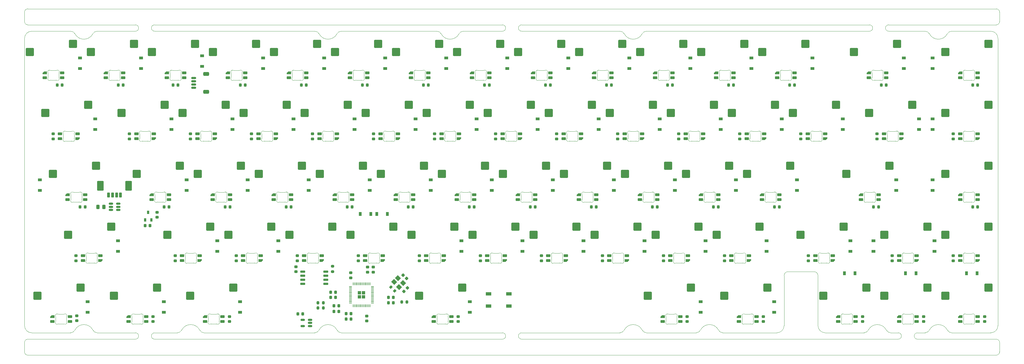
<source format=gbp>
G04 #@! TF.GenerationSoftware,KiCad,Pcbnew,(6.99.0-1912-g359c99991b)*
G04 #@! TF.CreationDate,2023-04-17T10:31:14+07:00*
G04 #@! TF.ProjectId,nyx,6e79782e-6b69-4636-9164-5f7063625858,1*
G04 #@! TF.SameCoordinates,Original*
G04 #@! TF.FileFunction,Paste,Bot*
G04 #@! TF.FilePolarity,Positive*
%FSLAX46Y46*%
G04 Gerber Fmt 4.6, Leading zero omitted, Abs format (unit mm)*
G04 Created by KiCad (PCBNEW (6.99.0-1912-g359c99991b)) date 2023-04-17 10:31:14*
%MOMM*%
%LPD*%
G01*
G04 APERTURE LIST*
G04 Aperture macros list*
%AMRoundRect*
0 Rectangle with rounded corners*
0 $1 Rounding radius*
0 $2 $3 $4 $5 $6 $7 $8 $9 X,Y pos of 4 corners*
0 Add a 4 corners polygon primitive as box body*
4,1,4,$2,$3,$4,$5,$6,$7,$8,$9,$2,$3,0*
0 Add four circle primitives for the rounded corners*
1,1,$1+$1,$2,$3*
1,1,$1+$1,$4,$5*
1,1,$1+$1,$6,$7*
1,1,$1+$1,$8,$9*
0 Add four rect primitives between the rounded corners*
20,1,$1+$1,$2,$3,$4,$5,0*
20,1,$1+$1,$4,$5,$6,$7,0*
20,1,$1+$1,$6,$7,$8,$9,0*
20,1,$1+$1,$8,$9,$2,$3,0*%
%AMRotRect*
0 Rectangle, with rotation*
0 The origin of the aperture is its center*
0 $1 length*
0 $2 width*
0 $3 Rotation angle, in degrees counterclockwise*
0 Add horizontal line*
21,1,$1,$2,0,0,$3*%
%AMFreePoly0*
4,1,18,-0.410000,0.593000,-0.403758,0.624380,-0.385983,0.650983,-0.359380,0.668758,-0.328000,0.675000,0.328000,0.675000,0.359380,0.668758,0.385983,0.650983,0.403758,0.624380,0.410000,0.593000,0.410000,-0.593000,0.403758,-0.624380,0.385983,-0.650983,0.359380,-0.668758,0.328000,-0.675000,0.000000,-0.675000,-0.410000,-0.265000,-0.410000,0.593000,-0.410000,0.593000,$1*%
G04 Aperture macros list end*
%ADD10RoundRect,0.250000X1.025000X1.000000X-1.025000X1.000000X-1.025000X-1.000000X1.025000X-1.000000X0*%
%ADD11RoundRect,0.225000X0.250000X-0.225000X0.250000X0.225000X-0.250000X0.225000X-0.250000X-0.225000X0*%
%ADD12RoundRect,0.225000X0.225000X0.250000X-0.225000X0.250000X-0.225000X-0.250000X0.225000X-0.250000X0*%
%ADD13R,1.200000X0.900000*%
%ADD14RoundRect,0.225000X-0.250000X0.225000X-0.250000X-0.225000X0.250000X-0.225000X0.250000X0.225000X0*%
%ADD15RoundRect,0.225000X-0.225000X-0.250000X0.225000X-0.250000X0.225000X0.250000X-0.225000X0.250000X0*%
%ADD16RoundRect,0.082000X-0.593000X0.328000X-0.593000X-0.328000X0.593000X-0.328000X0.593000X0.328000X0*%
%ADD17FreePoly0,270.000000*%
%ADD18RoundRect,0.082000X0.593000X-0.328000X0.593000X0.328000X-0.593000X0.328000X-0.593000X-0.328000X0*%
%ADD19FreePoly0,90.000000*%
%ADD20RoundRect,0.200000X-0.200000X-0.600000X0.200000X-0.600000X0.200000X0.600000X-0.200000X0.600000X0*%
%ADD21RoundRect,0.250001X-0.799999X-1.249999X0.799999X-1.249999X0.799999X1.249999X-0.799999X1.249999X0*%
%ADD22R,0.900000X1.200000*%
%ADD23RoundRect,0.250000X-0.292217X0.292217X-0.292217X-0.292217X0.292217X-0.292217X0.292217X0.292217X0*%
%ADD24RoundRect,0.050000X-0.050000X0.387500X-0.050000X-0.387500X0.050000X-0.387500X0.050000X0.387500X0*%
%ADD25RoundRect,0.050000X-0.387500X0.050000X-0.387500X-0.050000X0.387500X-0.050000X0.387500X0.050000X0*%
%ADD26RoundRect,0.150000X0.650000X0.150000X-0.650000X0.150000X-0.650000X-0.150000X0.650000X-0.150000X0*%
%ADD27R,1.700000X1.000000*%
%ADD28RoundRect,0.225000X-0.335876X-0.017678X-0.017678X-0.335876X0.335876X0.017678X0.017678X0.335876X0*%
%ADD29RotRect,1.400000X1.200000X135.000000*%
%ADD30RoundRect,0.200000X-0.335876X-0.053033X-0.053033X-0.335876X0.335876X0.053033X0.053033X0.335876X0*%
%ADD31RoundRect,0.150000X0.512500X0.150000X-0.512500X0.150000X-0.512500X-0.150000X0.512500X-0.150000X0*%
%ADD32RoundRect,0.200000X-0.275000X0.200000X-0.275000X-0.200000X0.275000X-0.200000X0.275000X0.200000X0*%
%ADD33R,0.800000X1.000000*%
%ADD34RoundRect,0.150000X-0.625000X0.150000X-0.625000X-0.150000X0.625000X-0.150000X0.625000X0.150000X0*%
%ADD35RoundRect,0.250000X-0.650000X0.350000X-0.650000X-0.350000X0.650000X-0.350000X0.650000X0.350000X0*%
%ADD36RoundRect,0.200000X0.200000X0.275000X-0.200000X0.275000X-0.200000X-0.275000X0.200000X-0.275000X0*%
%ADD37RoundRect,0.243750X0.243750X0.456250X-0.243750X0.456250X-0.243750X-0.456250X0.243750X-0.456250X0*%
%ADD38RoundRect,0.200000X-0.200000X-0.275000X0.200000X-0.275000X0.200000X0.275000X-0.200000X0.275000X0*%
%ADD39RoundRect,0.225000X0.017678X-0.335876X0.335876X-0.017678X-0.017678X0.335876X-0.335876X0.017678X0*%
G04 #@! TA.AperFunction,Profile*
%ADD40C,0.100000*%
G04 #@! TD*
G04 APERTURE END LIST*
D10*
X215987323Y-70644823D03*
X229437323Y-68104823D03*
D11*
X123200000Y-78734823D03*
X123200000Y-77184823D03*
X261568750Y-97734823D03*
X261568750Y-96184823D03*
D12*
X87959823Y-23800000D03*
X86409823Y-23800000D03*
D13*
X241119822Y-56722322D03*
X241119822Y-53422322D03*
D12*
X164159823Y-23800000D03*
X162609823Y-23800000D03*
X221309823Y-23800000D03*
X219759823Y-23800000D03*
D13*
X231594822Y-75772322D03*
X231594822Y-72472322D03*
D12*
X183209823Y-23800000D03*
X181659823Y-23800000D03*
D14*
X106834823Y-96047323D03*
X106834823Y-97597323D03*
D11*
X289887500Y-78734823D03*
X289887500Y-77184823D03*
D15*
X37650000Y-67800000D03*
X39200000Y-67800000D03*
D13*
X55382322Y-17949999D03*
X55382322Y-14649999D03*
D16*
X133203573Y-97734823D03*
X133203573Y-96234823D03*
X127753573Y-97734823D03*
D17*
X127753572Y-96234822D03*
D16*
X11759823Y-21534823D03*
X11759823Y-20034823D03*
X6309823Y-21534823D03*
D17*
X6309822Y-20034822D03*
D11*
X104150000Y-78734823D03*
X104150000Y-77184823D03*
D13*
X145869822Y-56722322D03*
X145869822Y-53422322D03*
X69669822Y-56722322D03*
X69669822Y-53422322D03*
D16*
X221309823Y-21534823D03*
X221309823Y-20034823D03*
X215859823Y-21534823D03*
D17*
X215859822Y-20034822D03*
D18*
X244434823Y-39084823D03*
X244434823Y-40584823D03*
X249884823Y-39084823D03*
D19*
X249884822Y-40584822D03*
D18*
X225384823Y-39084823D03*
X225384823Y-40584823D03*
X230834823Y-39084823D03*
D19*
X230834822Y-40584822D03*
D12*
X86862500Y-95400000D03*
X85312500Y-95400000D03*
X30809823Y-23800000D03*
X29259823Y-23800000D03*
D20*
X26209758Y-58192481D03*
X27459758Y-58192481D03*
X28709758Y-58192481D03*
X29959758Y-58192481D03*
D21*
X23659758Y-55292481D03*
X32509758Y-55292481D03*
D16*
X228453573Y-97734823D03*
X228453573Y-96234823D03*
X223003573Y-97734823D03*
D17*
X223003572Y-96234822D03*
D18*
X163472323Y-77184823D03*
X163472323Y-78684823D03*
X168922323Y-77184823D03*
D19*
X168922322Y-78684822D03*
D13*
X112532322Y-18622322D03*
X112532322Y-15322322D03*
D16*
X61766073Y-97734823D03*
X61766073Y-96234823D03*
X56316073Y-97734823D03*
D17*
X56316072Y-96234822D03*
D10*
X96924823Y-13494823D03*
X110374823Y-10954823D03*
D16*
X145109823Y-21534823D03*
X145109823Y-20034823D03*
X139659823Y-21534823D03*
D17*
X139659822Y-20034822D03*
D10*
X287424823Y-51594823D03*
X300874823Y-49054823D03*
D11*
X230612500Y-97734823D03*
X230612500Y-96184823D03*
D13*
X283382322Y-37672322D03*
X283382322Y-34372322D03*
D10*
X211224823Y-13494823D03*
X224674823Y-10954823D03*
X177887323Y-70644823D03*
X191337323Y-68104823D03*
D18*
X201572323Y-77184823D03*
X201572323Y-78684823D03*
X207022323Y-77184823D03*
D19*
X207022322Y-78684822D03*
D18*
X182522323Y-77184823D03*
X182522323Y-78684823D03*
X187972323Y-77184823D03*
D19*
X187972322Y-78684822D03*
D22*
X274974822Y-82699999D03*
X278274822Y-82699999D03*
D16*
X278459823Y-97734823D03*
X278459823Y-96234823D03*
X273009823Y-97734823D03*
D17*
X273009822Y-96234822D03*
D13*
X160157322Y-37672322D03*
X160157322Y-34372322D03*
D11*
X270837500Y-78734823D03*
X270837500Y-77184823D03*
D18*
X273009823Y-77184823D03*
X273009823Y-78684823D03*
X278459823Y-77184823D03*
D19*
X278459822Y-78684822D03*
D10*
X135024823Y-13494823D03*
X148474823Y-10954823D03*
D12*
X202259823Y-23800000D03*
X200709823Y-23800000D03*
D10*
X4056073Y-89694823D03*
X17506073Y-87154823D03*
X196937323Y-70644823D03*
X210387323Y-68104823D03*
D11*
X107034823Y-82300000D03*
X107034823Y-80750000D03*
D10*
X39774823Y-13494823D03*
X53224823Y-10954823D03*
X13581073Y-70644823D03*
X27031073Y-68104823D03*
X73112323Y-51594823D03*
X86562323Y-49054823D03*
X287424823Y-70644823D03*
X300874823Y-68104823D03*
D11*
X199400000Y-78734823D03*
X199400000Y-77184823D03*
D10*
X194556073Y-89694823D03*
X208006073Y-87154823D03*
D14*
X41400000Y-63600000D03*
X41400000Y-65150000D03*
D13*
X283382322Y-56722322D03*
X283382322Y-53422322D03*
D10*
X154074823Y-13494823D03*
X167524823Y-10954823D03*
D12*
X97109823Y-90168649D03*
X95559823Y-90168649D03*
D10*
X187412323Y-51594823D03*
X200862323Y-49054823D03*
D13*
X264932322Y-75772322D03*
X264932322Y-72472322D03*
D10*
X144549823Y-32544823D03*
X157999823Y-30004823D03*
D11*
X16300000Y-97475000D03*
X16300000Y-95925000D03*
D10*
X115974823Y-13494823D03*
X129424823Y-10954823D03*
D15*
X100359823Y-96968649D03*
X101909823Y-96968649D03*
D13*
X107769822Y-56722322D03*
X107769822Y-53422322D03*
X212544822Y-75772322D03*
X212544822Y-72472322D03*
D10*
X54062323Y-51594823D03*
X67512323Y-49054823D03*
X239799823Y-32544823D03*
X253249823Y-30004823D03*
X256468573Y-51594823D03*
X269918573Y-49054823D03*
D18*
X111084823Y-39084823D03*
X111084823Y-40584823D03*
X116534823Y-39084823D03*
D19*
X116534822Y-40584822D03*
D13*
X88719822Y-56722322D03*
X88719822Y-53422322D03*
D12*
X240359823Y-23800000D03*
X238809823Y-23800000D03*
X107009823Y-23800000D03*
X105459823Y-23800000D03*
D11*
X8900000Y-40634823D03*
X8900000Y-39084823D03*
D13*
X188732322Y-18622322D03*
X188732322Y-15322322D03*
D12*
X47909823Y-23800000D03*
X46359823Y-23800000D03*
D13*
X207782322Y-18622322D03*
X207782322Y-15322322D03*
D11*
X135362500Y-97734823D03*
X135362500Y-96184823D03*
X70812500Y-40634823D03*
X70812500Y-39084823D03*
D23*
X105822323Y-88749899D03*
X104547323Y-88749899D03*
X105822323Y-90024899D03*
X104547323Y-90024899D03*
D24*
X102584823Y-85949899D03*
X102984823Y-85949899D03*
X103384823Y-85949899D03*
X103784823Y-85949899D03*
X104184823Y-85949899D03*
X104584823Y-85949899D03*
X104984823Y-85949899D03*
X105384823Y-85949899D03*
X105784823Y-85949899D03*
X106184823Y-85949899D03*
X106584823Y-85949899D03*
X106984823Y-85949899D03*
X107384823Y-85949899D03*
X107784823Y-85949899D03*
D25*
X108622323Y-86787399D03*
X108622323Y-87187399D03*
X108622323Y-87587399D03*
X108622323Y-87987399D03*
X108622323Y-88387399D03*
X108622323Y-88787399D03*
X108622323Y-89187399D03*
X108622323Y-89587399D03*
X108622323Y-89987399D03*
X108622323Y-90387399D03*
X108622323Y-90787399D03*
X108622323Y-91187399D03*
X108622323Y-91587399D03*
X108622323Y-91987399D03*
D24*
X107784823Y-92824899D03*
X107384823Y-92824899D03*
X106984823Y-92824899D03*
X106584823Y-92824899D03*
X106184823Y-92824899D03*
X105784823Y-92824899D03*
X105384823Y-92824899D03*
X104984823Y-92824899D03*
X104584823Y-92824899D03*
X104184823Y-92824899D03*
X103784823Y-92824899D03*
X103384823Y-92824899D03*
X102984823Y-92824899D03*
X102584823Y-92824899D03*
D25*
X101747323Y-91987399D03*
X101747323Y-91587399D03*
X101747323Y-91187399D03*
X101747323Y-90787399D03*
X101747323Y-90387399D03*
X101747323Y-89987399D03*
X101747323Y-89587399D03*
X101747323Y-89187399D03*
X101747323Y-88787399D03*
X101747323Y-88387399D03*
X101747323Y-87987399D03*
X101747323Y-87587399D03*
X101747323Y-87187399D03*
X101747323Y-86787399D03*
D16*
X178447323Y-59634823D03*
X178447323Y-58134823D03*
X172997323Y-59634823D03*
D17*
X172997322Y-58134822D03*
D13*
X222069822Y-56722322D03*
X222069822Y-53422322D03*
D16*
X197497323Y-59634823D03*
X197497323Y-58134823D03*
X192047323Y-59634823D03*
D17*
X192047322Y-58134822D03*
D18*
X72984823Y-39084823D03*
X72984823Y-40584823D03*
X78434823Y-39084823D03*
D19*
X78434822Y-40584822D03*
D10*
X130262323Y-51594823D03*
X143712323Y-49054823D03*
X20724823Y-13494823D03*
X34174823Y-10954823D03*
D13*
X50619822Y-56722322D03*
X50619822Y-53422322D03*
D12*
X64147323Y-61900000D03*
X62597323Y-61900000D03*
D10*
X201699823Y-32544823D03*
X215149823Y-30004823D03*
X218368573Y-89694823D03*
X231818573Y-87154823D03*
D26*
X94000000Y-82145000D03*
X94000000Y-83415000D03*
X94000000Y-84685000D03*
X94000000Y-85955000D03*
X86800000Y-85955000D03*
X86800000Y-84685000D03*
X86800000Y-83415000D03*
X86800000Y-82145000D03*
D18*
X11072323Y-39084823D03*
X11072323Y-40584823D03*
X16522323Y-39084823D03*
D19*
X16522322Y-40584822D03*
D13*
X74432322Y-18622322D03*
X74432322Y-15322322D03*
D12*
X45097323Y-61900000D03*
X43547323Y-61900000D03*
D11*
X204162500Y-40634823D03*
X204162500Y-39084823D03*
D16*
X87959823Y-21534823D03*
X87959823Y-20034823D03*
X82509823Y-21534823D03*
D17*
X82509822Y-20034822D03*
D11*
X147012500Y-40634823D03*
X147012500Y-39084823D03*
D13*
X245882322Y-18622322D03*
X245882322Y-15322322D03*
D16*
X102247323Y-59634823D03*
X102247323Y-58134823D03*
X96797323Y-59634823D03*
D17*
X96797322Y-58134822D03*
D10*
X44537323Y-70644823D03*
X57987323Y-68104823D03*
D16*
X202259823Y-21534823D03*
X202259823Y-20034823D03*
X196809823Y-21534823D03*
D17*
X196809822Y-20034822D03*
D10*
X30249823Y-32544823D03*
X43699823Y-30004823D03*
D11*
X218450000Y-78734823D03*
X218450000Y-77184823D03*
D16*
X259409823Y-97734823D03*
X259409823Y-96234823D03*
X253959823Y-97734823D03*
D17*
X253959822Y-96234822D03*
D12*
X235597323Y-61900000D03*
X234047323Y-61900000D03*
D16*
X266553573Y-59634823D03*
X266553573Y-58134823D03*
X261103573Y-59634823D03*
D17*
X261103572Y-58134822D03*
D16*
X18903573Y-59634823D03*
X18903573Y-58134823D03*
X13453573Y-59634823D03*
D17*
X13453572Y-58134822D03*
D10*
X123118573Y-89694823D03*
X136568573Y-87154823D03*
D16*
X164159823Y-21534823D03*
X164159823Y-20034823D03*
X158709823Y-21534823D03*
D17*
X158709822Y-20034822D03*
D10*
X268374823Y-89694823D03*
X281824823Y-87154823D03*
D13*
X93482322Y-18622322D03*
X93482322Y-15322322D03*
D27*
X144849999Y-92899999D03*
X151149999Y-92899999D03*
X144849999Y-89099999D03*
X151149999Y-89099999D03*
D10*
X173124823Y-13494823D03*
X186574823Y-10954823D03*
D13*
X43476072Y-94822322D03*
X43476072Y-91522322D03*
D16*
X204641073Y-97734823D03*
X204641073Y-96234823D03*
X199191073Y-97734823D03*
D17*
X199191072Y-96234822D03*
D28*
X118186815Y-83220641D03*
X119282831Y-84316657D03*
D10*
X206462323Y-51594823D03*
X219912323Y-49054823D03*
D11*
X84700000Y-82145000D03*
X84700000Y-80595000D03*
D13*
X17282322Y-18622322D03*
X17282322Y-15322322D03*
D18*
X206334823Y-39084823D03*
X206334823Y-40584823D03*
X211784823Y-39084823D03*
D19*
X211784822Y-40584822D03*
D10*
X87399823Y-32544823D03*
X100849823Y-30004823D03*
D16*
X235597323Y-59634823D03*
X235597323Y-58134823D03*
X230147323Y-59634823D03*
D17*
X230147322Y-58134822D03*
D13*
X255407322Y-37672322D03*
X255407322Y-34372322D03*
D12*
X98109823Y-92868649D03*
X96559823Y-92868649D03*
D13*
X103007322Y-37672322D03*
X103007322Y-34372322D03*
D11*
X161300000Y-78734823D03*
X161300000Y-77184823D03*
D18*
X87272323Y-77184823D03*
X87272323Y-78684823D03*
X92722323Y-77184823D03*
D19*
X92722322Y-78684822D03*
D29*
X116911599Y-86947506D03*
X115355964Y-85391871D03*
X116558045Y-84189790D03*
X118113680Y-85745425D03*
D10*
X158837323Y-70644823D03*
X172287323Y-68104823D03*
X192174823Y-13494823D03*
X205624823Y-10954823D03*
D13*
X279219822Y-37672322D03*
X279219822Y-34372322D03*
D12*
X159397323Y-61900000D03*
X157847323Y-61900000D03*
D16*
X49859823Y-21534823D03*
X49859823Y-20034823D03*
X44409823Y-21534823D03*
D17*
X44409822Y-20034822D03*
D11*
X85100000Y-78734823D03*
X85100000Y-77184823D03*
D13*
X198257322Y-37672322D03*
X198257322Y-34372322D03*
D18*
X220622323Y-77184823D03*
X220622323Y-78684823D03*
X226072323Y-77184823D03*
D19*
X226072322Y-78684822D03*
D10*
X106449823Y-32544823D03*
X119899823Y-30004823D03*
D11*
X223212500Y-40634823D03*
X223212500Y-39084823D03*
D13*
X122057322Y-37672322D03*
X122057322Y-34372322D03*
D11*
X127962500Y-40634823D03*
X127962500Y-39084823D03*
D10*
X230274823Y-13494823D03*
X243724823Y-10954823D03*
X163599823Y-32544823D03*
X177049823Y-30004823D03*
D22*
X109949999Y-64099999D03*
X113249999Y-64099999D03*
D10*
X268374823Y-70644823D03*
X281824823Y-68104823D03*
D18*
X34884823Y-39084823D03*
X34884823Y-40584823D03*
X40334823Y-39084823D03*
D19*
X40334822Y-40584822D03*
D16*
X268934823Y-21534823D03*
X268934823Y-20034823D03*
X263484823Y-21534823D03*
D17*
X263484822Y-20034822D03*
D13*
X138999999Y-94822322D03*
X138999999Y-91522322D03*
D10*
X139787323Y-70644823D03*
X153237323Y-68104823D03*
D30*
X114351460Y-86985286D03*
X115518186Y-88152012D03*
D11*
X63925000Y-97734823D03*
X63925000Y-96184823D03*
D16*
X14141073Y-97734823D03*
X14141073Y-96234823D03*
X8691073Y-97734823D03*
D17*
X8691072Y-96234822D03*
D12*
X297509823Y-23800000D03*
X295959823Y-23800000D03*
D13*
X193494822Y-75772322D03*
X193494822Y-72472322D03*
X236357322Y-37672322D03*
X236357322Y-34372322D03*
D31*
X89137500Y-97250000D03*
X89137500Y-98200000D03*
X89137500Y-99150000D03*
X86862500Y-99150000D03*
X86862500Y-97250000D03*
D16*
X37953573Y-97734823D03*
X37953573Y-96234823D03*
X32503573Y-97734823D03*
D17*
X32503572Y-96234822D03*
D12*
X126059823Y-23800000D03*
X124509823Y-23800000D03*
D16*
X45097323Y-59634823D03*
X45097323Y-58134823D03*
X39647323Y-59634823D03*
D17*
X39647322Y-58134822D03*
D11*
X32712500Y-40634823D03*
X32712500Y-39084823D03*
D13*
X83957322Y-37672322D03*
X83957322Y-34372322D03*
D10*
X63587323Y-70644823D03*
X77037323Y-68104823D03*
D13*
X131582322Y-18622322D03*
X131582322Y-15322322D03*
D18*
X106322323Y-77184823D03*
X106322323Y-78684823D03*
X111772323Y-77184823D03*
D19*
X111772322Y-78684822D03*
D22*
X255924822Y-82699999D03*
X259224822Y-82699999D03*
D12*
X102247323Y-61900000D03*
X100697323Y-61900000D03*
D11*
X89862500Y-40634823D03*
X89862500Y-39084823D03*
D13*
X79194822Y-75772322D03*
X79194822Y-72472322D03*
D32*
X96100000Y-80495000D03*
X96100000Y-82145000D03*
D15*
X100359823Y-95268649D03*
X101909823Y-95268649D03*
D13*
X67288572Y-94822322D03*
X67288572Y-91522322D03*
X274457322Y-18622322D03*
X274457322Y-15322322D03*
D12*
X121297323Y-61900000D03*
X119747323Y-61900000D03*
D11*
X242262500Y-40634823D03*
X242262500Y-39084823D03*
D10*
X92162323Y-51594823D03*
X105612323Y-49054823D03*
D18*
X125372323Y-77184823D03*
X125372323Y-78684823D03*
X130822323Y-77184823D03*
D19*
X130822322Y-78684822D03*
D11*
X289887500Y-40634823D03*
X289887500Y-39084823D03*
D10*
X8818573Y-51594823D03*
X22268573Y-49054823D03*
D13*
X155394822Y-75772322D03*
X155394822Y-72472322D03*
D12*
X145109823Y-23800000D03*
X143559823Y-23800000D03*
D10*
X225512323Y-51594823D03*
X238962323Y-49054823D03*
D11*
X51762500Y-40634823D03*
X51762500Y-39084823D03*
D13*
X283382322Y-18622322D03*
X283382322Y-15322322D03*
D18*
X68222323Y-77184823D03*
X68222323Y-78684823D03*
X73672323Y-77184823D03*
D19*
X73672322Y-78684822D03*
D15*
X113559823Y-91868649D03*
X115109823Y-91868649D03*
D10*
X220749823Y-32544823D03*
X234199823Y-30004823D03*
D13*
X60144822Y-75772322D03*
X60144822Y-72472322D03*
D10*
X287424823Y-32544823D03*
X300874823Y-30004823D03*
D13*
X141107322Y-37672322D03*
X141107322Y-34372322D03*
X203019822Y-56722322D03*
X203019822Y-53422322D03*
X19663572Y-94822322D03*
X19663572Y-91522322D03*
D11*
X166062500Y-40634823D03*
X166062500Y-39084823D03*
D13*
X150632322Y-18622322D03*
X150632322Y-15322322D03*
D10*
X263612323Y-32544823D03*
X277062323Y-30004823D03*
D33*
X39549998Y-65999999D03*
X37649999Y-65999999D03*
X38599999Y-63599999D03*
D10*
X287424823Y-13494823D03*
X300874823Y-10954823D03*
X125499823Y-32544823D03*
X138949823Y-30004823D03*
D11*
X142250000Y-78734823D03*
X142250000Y-77184823D03*
X185112500Y-40634823D03*
X185112500Y-39084823D03*
D12*
X216547323Y-61900000D03*
X214997323Y-61900000D03*
D18*
X246816073Y-77184823D03*
X246816073Y-78684823D03*
X252266073Y-77184823D03*
D19*
X252266072Y-78684822D03*
D13*
X136344822Y-75772322D03*
X136344822Y-72472322D03*
D10*
X68349823Y-32544823D03*
X81799823Y-30004823D03*
D13*
X126819822Y-56722322D03*
X126819822Y-53422322D03*
D16*
X183209823Y-21534823D03*
X183209823Y-20034823D03*
X177759823Y-21534823D03*
D17*
X177759822Y-20034822D03*
D10*
X35012323Y-51594823D03*
X48462323Y-49054823D03*
D12*
X297509823Y-61900000D03*
X295959823Y-61900000D03*
D16*
X107009823Y-21534823D03*
X107009823Y-20034823D03*
X101559823Y-21534823D03*
D17*
X101559822Y-20034822D03*
D18*
X144422323Y-77184823D03*
X144422323Y-78684823D03*
X149872323Y-77184823D03*
D19*
X149872322Y-78684822D03*
D13*
X272076072Y-56722322D03*
X272076072Y-53422322D03*
D22*
X108049999Y-64099999D03*
X104749999Y-64099999D03*
D18*
X49172323Y-77184823D03*
X49172323Y-78684823D03*
X54622323Y-77184823D03*
D19*
X54622322Y-78684822D03*
D18*
X292059823Y-77184823D03*
X292059823Y-78684823D03*
X297509823Y-77184823D03*
D19*
X297509822Y-78684822D03*
D10*
X249324823Y-89694823D03*
X262774823Y-87154823D03*
D34*
X52800000Y-21650000D03*
X52800000Y-22650000D03*
X52800000Y-23650000D03*
X52800000Y-24650000D03*
D35*
X56675000Y-20350000D03*
X56675000Y-25950000D03*
D10*
X58824823Y-13494823D03*
X72274823Y-10954823D03*
D31*
X29222500Y-60950000D03*
X29222500Y-61900000D03*
X29222500Y-62850000D03*
X26947500Y-62850000D03*
X26947500Y-61900000D03*
X26947500Y-60950000D03*
D12*
X178447323Y-61900000D03*
X176897323Y-61900000D03*
D18*
X168234823Y-39084823D03*
X168234823Y-40584823D03*
X173684823Y-39084823D03*
D19*
X173684822Y-40584822D03*
D13*
X257788572Y-75772322D03*
X257788572Y-72472322D03*
D11*
X244643750Y-78734823D03*
X244643750Y-77184823D03*
D36*
X93259823Y-93522323D03*
X91609823Y-93522323D03*
D18*
X292059823Y-39084823D03*
X292059823Y-40584823D03*
X297509823Y-39084823D03*
D19*
X297509822Y-40584822D03*
D10*
X1674823Y-13494823D03*
X15124823Y-10954823D03*
X120737323Y-70644823D03*
X134187323Y-68104823D03*
D16*
X30809823Y-21534823D03*
X30809823Y-20034823D03*
X25359823Y-21534823D03*
D17*
X25359822Y-20034822D03*
D10*
X51681073Y-89694823D03*
X65131073Y-87154823D03*
D13*
X210999999Y-94822322D03*
X210999999Y-91522322D03*
D37*
X24737500Y-61900000D03*
X22862500Y-61900000D03*
D10*
X101687323Y-70644823D03*
X115137323Y-68104823D03*
D18*
X130134823Y-39084823D03*
X130134823Y-40584823D03*
X135584823Y-39084823D03*
D19*
X135584822Y-40584822D03*
D12*
X83197323Y-61900000D03*
X81647323Y-61900000D03*
D10*
X258849823Y-13494823D03*
X272299823Y-10954823D03*
D13*
X64907322Y-37672322D03*
X64907322Y-34372322D03*
D12*
X268934823Y-23800000D03*
X267384823Y-23800000D03*
D10*
X111212323Y-51594823D03*
X124662323Y-49054823D03*
D13*
X283982322Y-75772322D03*
X283982322Y-72472322D03*
D10*
X82637323Y-70644823D03*
X96087323Y-68104823D03*
D16*
X83197323Y-59634823D03*
X83197323Y-58134823D03*
X77747323Y-59634823D03*
D17*
X77747322Y-58134822D03*
D16*
X126059823Y-21534823D03*
X126059823Y-20034823D03*
X120609823Y-21534823D03*
D17*
X120609822Y-20034822D03*
D10*
X149312323Y-51594823D03*
X162762323Y-49054823D03*
D12*
X68909823Y-23800000D03*
X67359823Y-23800000D03*
D18*
X187284823Y-39084823D03*
X187284823Y-40584823D03*
X192734823Y-39084823D03*
D19*
X192734822Y-40584822D03*
D18*
X92034823Y-39084823D03*
X92034823Y-40584823D03*
X97484823Y-39084823D03*
D19*
X97484822Y-40584822D03*
D13*
X22044822Y-37672322D03*
X22044822Y-34372322D03*
D10*
X6437323Y-32544823D03*
X19887323Y-30004823D03*
D18*
X18216073Y-77184823D03*
X18216073Y-78684823D03*
X23666073Y-77184823D03*
D19*
X23666072Y-78684822D03*
D16*
X121297323Y-59634823D03*
X121297323Y-58134823D03*
X115847323Y-59634823D03*
D17*
X115847322Y-58134822D03*
D11*
X299668750Y-97734823D03*
X299668750Y-96184823D03*
D12*
X98109823Y-94568649D03*
X96559823Y-94568649D03*
D15*
X113559823Y-90168649D03*
X115109823Y-90168649D03*
D12*
X197497323Y-61900000D03*
X195947323Y-61900000D03*
D11*
X108834823Y-82300000D03*
X108834823Y-80750000D03*
D16*
X159397323Y-59634823D03*
X159397323Y-58134823D03*
X153947323Y-59634823D03*
D17*
X153947322Y-58134822D03*
D16*
X64147323Y-59634823D03*
X64147323Y-58134823D03*
X58697323Y-59634823D03*
D17*
X58697322Y-58134822D03*
D13*
X36332322Y-18622322D03*
X36332322Y-15322322D03*
D18*
X53934823Y-39084823D03*
X53934823Y-40584823D03*
X59384823Y-39084823D03*
D19*
X59384822Y-40584822D03*
D13*
X29188572Y-75772322D03*
X29188572Y-72472322D03*
X217307322Y-37672322D03*
X217307322Y-34372322D03*
X183969822Y-56722322D03*
X183969822Y-53422322D03*
D16*
X68909823Y-21534823D03*
X68909823Y-20034823D03*
X63459823Y-21534823D03*
D17*
X63459822Y-20034822D03*
D18*
X268247323Y-39084823D03*
X268247323Y-40584823D03*
X273697323Y-39084823D03*
D19*
X273697322Y-40584822D03*
D10*
X168362323Y-51594823D03*
X181812323Y-49054823D03*
D16*
X297509823Y-59634823D03*
X297509823Y-58134823D03*
X292059823Y-59634823D03*
D17*
X292059822Y-58134822D03*
D13*
X45857322Y-37672322D03*
X45857322Y-34372322D03*
X179207322Y-37672322D03*
X179207322Y-34372322D03*
D16*
X140347323Y-59634823D03*
X140347323Y-58134823D03*
X134897323Y-59634823D03*
D17*
X134897322Y-58134822D03*
D10*
X287424823Y-89694823D03*
X300874823Y-87154823D03*
X182649823Y-32544823D03*
X196099823Y-30004823D03*
D16*
X240359823Y-21534823D03*
X240359823Y-20034823D03*
X234909823Y-21534823D03*
D17*
X234909822Y-20034822D03*
D12*
X266553573Y-61900000D03*
X265003573Y-61900000D03*
D11*
X266075000Y-40634823D03*
X266075000Y-39084823D03*
D16*
X216547323Y-59634823D03*
X216547323Y-58134823D03*
X211097323Y-59634823D03*
D17*
X211097322Y-58134822D03*
D11*
X47000000Y-78734823D03*
X47000000Y-77184823D03*
D13*
X4826072Y-56722322D03*
X4826072Y-53422322D03*
D10*
X27868573Y-89694823D03*
X41318573Y-87154823D03*
D16*
X297509823Y-21534823D03*
X297509823Y-20034823D03*
X292059823Y-21534823D03*
D17*
X292059822Y-20034822D03*
D10*
X242181073Y-70644823D03*
X255631073Y-68104823D03*
D22*
X294024822Y-82699999D03*
X297324822Y-82699999D03*
D36*
X93259823Y-91922323D03*
X91609823Y-91922323D03*
D13*
X226832322Y-18622322D03*
X226832322Y-15322322D03*
X164919822Y-56722322D03*
X164919822Y-53422322D03*
D11*
X66050000Y-78734823D03*
X66050000Y-77184823D03*
X180350000Y-78734823D03*
X180350000Y-77184823D03*
X206800000Y-97734823D03*
X206800000Y-96184823D03*
D18*
X149184823Y-39084823D03*
X149184823Y-40584823D03*
X154634823Y-39084823D03*
D19*
X154634822Y-40584822D03*
D12*
X11759823Y-23800000D03*
X10209823Y-23800000D03*
X97109823Y-88568649D03*
X95559823Y-88568649D03*
X140347323Y-61900000D03*
X138797323Y-61900000D03*
D11*
X101800000Y-84075000D03*
X101800000Y-82525000D03*
X280618750Y-97734823D03*
X280618750Y-96184823D03*
D38*
X117709823Y-91622323D03*
X119359823Y-91622323D03*
D11*
X108912500Y-40634823D03*
X108912500Y-39084823D03*
D16*
X297509823Y-97734823D03*
X297509823Y-96234823D03*
X292059823Y-97734823D03*
D17*
X292059822Y-96234822D03*
D11*
X16043750Y-78734823D03*
X16043750Y-77184823D03*
D10*
X49299823Y-32544823D03*
X62749823Y-30004823D03*
D13*
X169682322Y-18622322D03*
X169682322Y-15322322D03*
X174444822Y-75772322D03*
X174444822Y-72472322D03*
D11*
X40112500Y-97734823D03*
X40112500Y-96184823D03*
D13*
X233976072Y-94822322D03*
X233976072Y-91522322D03*
D12*
X18903573Y-61900000D03*
X17353573Y-61900000D03*
D10*
X77874823Y-13494823D03*
X91324823Y-10954823D03*
D39*
X118386815Y-88316657D03*
X119482831Y-87220641D03*
D40*
X301600202Y-101272306D02*
G75*
G03*
X303822706Y-99049835I-2J2222506D01*
G01*
X40600000Y-103272338D02*
X149161353Y-103272338D01*
X98847996Y-7000000D02*
X128702000Y-7000000D01*
X237074986Y-83399998D02*
X237074986Y-99022338D01*
X136948002Y-7000004D02*
G75*
G03*
X135618000Y-7806000I398J-1500996D01*
G01*
X304322700Y-1000000D02*
G75*
G03*
X303322706Y0I-1000000J0D01*
G01*
X289347996Y-7000000D02*
X301600202Y-7000000D01*
X303322706Y-108272306D02*
G75*
G03*
X304322706Y-107272338I-6J1000006D01*
G01*
X34600000Y-5000000D02*
X1000000Y-5000000D01*
X34600000Y-101272338D02*
X22647999Y-101272338D01*
X15731999Y-7806000D02*
G75*
G03*
X14401997Y-7000001I-1328549J-691940D01*
G01*
X282432022Y-7805994D02*
G75*
G03*
X281101994Y-7000001I-1328522J-691906D01*
G01*
X209664997Y-101272317D02*
G75*
G03*
X210994999Y-100393999I-58097J1534117D01*
G01*
X278700001Y-101272338D02*
X281102009Y-101272338D01*
X303322706Y0D02*
X1000000Y0D01*
X130032020Y-7805991D02*
G75*
G03*
X128702000Y-7000001I-1328520J-691909D01*
G01*
X288017999Y-100394004D02*
G75*
G03*
X289348011Y-101272338I1390101J658804D01*
G01*
X0Y-107272338D02*
X0Y-104272338D01*
X289347996Y-6999959D02*
G75*
G03*
X288018010Y-7806000I404J-1500941D01*
G01*
X234824986Y-101272286D02*
G75*
G03*
X237074986Y-99022338I14J2249986D01*
G01*
X21317997Y-100393999D02*
G75*
G03*
X15731999Y-100393999I-2792999J-1455492D01*
G01*
X217911000Y-101272338D02*
X234824986Y-101272338D01*
X155161353Y-103272338D02*
X272700001Y-103272338D01*
X97517994Y-100393999D02*
G75*
G03*
X91931996Y-100393999I-2792999J-1455492D01*
G01*
X22647999Y-7000002D02*
G75*
G03*
X21317998Y-7806000I401J-1500998D01*
G01*
X192767994Y-100393999D02*
G75*
G03*
X187181996Y-100393999I-2792999J-1455492D01*
G01*
X0Y-99049833D02*
G75*
G03*
X2222503Y-101272338I2222503J-2D01*
G01*
X155161353Y-7000000D02*
X185851994Y-7000000D01*
X281102009Y-101272327D02*
G75*
G03*
X282432010Y-100393999I-58109J1534127D01*
G01*
X136948002Y-7000000D02*
X149161353Y-7000000D01*
X1000000Y0D02*
G75*
G03*
X0Y-1000000I0J-1000000D01*
G01*
X303322706Y-5000000D02*
X269722706Y-5000000D01*
X14401997Y-101272338D02*
X2222503Y-101272338D01*
X304322662Y-104272338D02*
G75*
G03*
X303322706Y-103272338I-999962J38D01*
G01*
X194097996Y-7000018D02*
G75*
G03*
X192767994Y-7806000I-1496J-1497882D01*
G01*
X187182019Y-7805988D02*
G75*
G03*
X185851994Y-7000001I-1328519J-691912D01*
G01*
X21317997Y-100393999D02*
G75*
G03*
X22647999Y-101272337I1390103J658799D01*
G01*
X268967991Y-100393999D02*
G75*
G03*
X263381993Y-100393999I-2792999J-1455492D01*
G01*
X54655994Y-100393999D02*
G75*
G03*
X49069996Y-100393999I-2792999J-1455492D01*
G01*
X98847996Y-7000018D02*
G75*
G03*
X97517994Y-7806000I-1496J-1497882D01*
G01*
X247650002Y-83399998D02*
G75*
G03*
X246399998Y-82149998I-1249602J398D01*
G01*
X304322706Y-1000000D02*
X304322706Y-4000000D01*
X304322706Y-104272338D02*
X304322706Y-107272338D01*
X303322706Y-5000006D02*
G75*
G03*
X304322706Y-4000000I-6J1000006D01*
G01*
X149161353Y-101272338D02*
X98847996Y-101272338D01*
X0Y-99049833D02*
X0Y-9222503D01*
X14401997Y-101272337D02*
G75*
G03*
X15731998Y-100393999I-58087J1534087D01*
G01*
X1000000Y-103272338D02*
G75*
G03*
X0Y-104272338I-1J-999999D01*
G01*
X303822706Y-99049835D02*
X303822706Y-9222505D01*
X2Y-107272338D02*
G75*
G03*
X1000000Y-108272338I999998J-2D01*
G01*
X262051990Y-101272312D02*
G75*
G03*
X263381993Y-100393999I-58090J1534112D01*
G01*
X0Y-4000000D02*
G75*
G03*
X1000000Y-5000000I1000000J0D01*
G01*
X278700001Y-103272338D02*
X303322706Y-103272338D01*
X249899998Y-101272338D02*
X262051991Y-101272338D01*
X15731999Y-7806000D02*
G75*
G03*
X21317997Y-7806000I2792999J1455492D01*
G01*
X40600000Y-7000000D02*
X90602001Y-7000000D01*
X247649962Y-99022338D02*
G75*
G03*
X249899998Y-101272338I2250038J38D01*
G01*
X246399998Y-82149998D02*
X238324986Y-82149998D01*
X47739993Y-101272314D02*
G75*
G03*
X49069996Y-100393999I-58093J1534114D01*
G01*
X282432011Y-7806000D02*
G75*
G03*
X288018009Y-7806000I2792999J1455492D01*
G01*
X1000000Y-108272338D02*
X303322706Y-108272338D01*
X40600000Y-101272338D02*
X47739994Y-101272338D01*
X270297993Y-101272338D02*
X272700001Y-101272338D01*
X2222503Y-7000000D02*
G75*
G03*
X0Y-9222503I0J-2222503D01*
G01*
X209664998Y-101272338D02*
X194097996Y-101272338D01*
X247649998Y-99022338D02*
X247649998Y-83399998D01*
X303822700Y-9222505D02*
G75*
G03*
X301600202Y-7000000I-2222500J5D01*
G01*
X149161353Y-5000000D02*
X40600000Y-5000000D01*
X187181996Y-7805999D02*
G75*
G03*
X192767994Y-7806000I2792999J1455492D01*
G01*
X91932019Y-7805988D02*
G75*
G03*
X90602001Y-7000001I-1328519J-691912D01*
G01*
X90601994Y-101272338D02*
X55985996Y-101272338D01*
X155161353Y-5000000D02*
X263722706Y-5000000D01*
X91931996Y-7805999D02*
G75*
G03*
X97517994Y-7806000I2792999J1455492D01*
G01*
X0Y-4000000D02*
X0Y-1000000D01*
X97517996Y-100393998D02*
G75*
G03*
X98847996Y-101272337I1390104J658798D01*
G01*
X155161353Y-101272338D02*
X185851994Y-101272338D01*
X268967996Y-100393997D02*
G75*
G03*
X270297993Y-101272337I1390104J658797D01*
G01*
X269722706Y-7000000D02*
X281101994Y-7000000D01*
X54655996Y-100393998D02*
G75*
G03*
X55985996Y-101272337I1390104J658798D01*
G01*
X216580998Y-100393999D02*
G75*
G03*
X210995000Y-100393999I-2792999J-1455492D01*
G01*
X194097996Y-7000000D02*
X263722706Y-7000000D01*
X192767996Y-100393998D02*
G75*
G03*
X194097996Y-101272337I1390104J658798D01*
G01*
X2222503Y-7000000D02*
X14401997Y-7000000D01*
X289348011Y-101272338D02*
X301600202Y-101272338D01*
X34600000Y-7000000D02*
X22647999Y-7000000D01*
X90601993Y-101272314D02*
G75*
G03*
X91931996Y-100393999I-58093J1534114D01*
G01*
X130032002Y-7806000D02*
G75*
G03*
X135618000Y-7806000I2792999J1455492D01*
G01*
X238324986Y-82149986D02*
G75*
G03*
X237074986Y-83399998I-386J-1249614D01*
G01*
X1000000Y-103272338D02*
X34600000Y-103272338D01*
X288018009Y-100393999D02*
G75*
G03*
X282432011Y-100393999I-2792999J-1455492D01*
G01*
X216580997Y-100394000D02*
G75*
G03*
X217911000Y-101272338I1390103J658800D01*
G01*
X185851993Y-101272314D02*
G75*
G03*
X187181996Y-100393999I-58093J1534114D01*
G01*
X263722706Y-7000000D02*
G75*
G03*
X263722706Y-5000000I0J1000000D01*
G01*
X269722706Y-5000000D02*
G75*
G03*
X269722706Y-7000000I0J-1000000D01*
G01*
X149161353Y-7000000D02*
G75*
G03*
X149161353Y-5000000I0J1000000D01*
G01*
X155161353Y-5000000D02*
G75*
G03*
X155161353Y-7000000I0J-1000000D01*
G01*
X40600000Y-101272338D02*
G75*
G03*
X40600000Y-103272338I0J-1000000D01*
G01*
X34600000Y-103272338D02*
G75*
G03*
X34600000Y-101272338I0J1000000D01*
G01*
X278700001Y-101272338D02*
G75*
G03*
X278700001Y-103272338I0J-1000000D01*
G01*
X272700001Y-103272338D02*
G75*
G03*
X272700001Y-101272338I0J1000000D01*
G01*
X155161353Y-101272338D02*
G75*
G03*
X155161353Y-103272338I0J-1000000D01*
G01*
X149161353Y-103272338D02*
G75*
G03*
X149161353Y-101272338I0J1000000D01*
G01*
X34600000Y-7000000D02*
G75*
G03*
X34600000Y-5000000I0J1000000D01*
G01*
X40600000Y-5000000D02*
G75*
G03*
X40600000Y-7000000I0J-1000000D01*
G01*
X128778574Y-97687666D02*
X128778574Y-96281982D01*
X129684121Y-95484824D02*
X131273025Y-95484824D01*
X131273025Y-98484823D02*
X129684120Y-98484823D01*
X132178572Y-96281982D02*
X132178572Y-97687666D01*
X128778573Y-96281982D02*
G75*
G03*
X128729088Y-96065104I-499989J2D01*
G01*
X129431862Y-95416525D02*
G75*
G03*
X128729090Y-96065105I-252259J-431700D01*
G01*
X128729089Y-97904544D02*
G75*
G03*
X128778574Y-97687667I-450505J216876D01*
G01*
X128729089Y-97904544D02*
G75*
G03*
X129431862Y-98553122I450514J-216878D01*
G01*
X129684120Y-98484823D02*
G75*
G03*
X129431862Y-98553122I3J-500009D01*
G01*
X129431862Y-95416525D02*
G75*
G03*
X129684121Y-95484824I252261J431710D01*
G01*
X131525284Y-98553123D02*
G75*
G03*
X131273026Y-98484824I-252261J-431710D01*
G01*
X131273025Y-95484823D02*
G75*
G03*
X131525283Y-95416525I-2J500010D01*
G01*
X132228053Y-96065102D02*
G75*
G03*
X131525284Y-95416527I-450510J216879D01*
G01*
X132228057Y-96065104D02*
G75*
G03*
X132178572Y-96281981I450866J-216959D01*
G01*
X131525284Y-98553123D02*
G75*
G03*
X132228057Y-97904544I252259J431700D01*
G01*
X132178584Y-97687666D02*
G75*
G03*
X132228058Y-97904544I500289J43D01*
G01*
X7334824Y-21487666D02*
X7334824Y-20081982D01*
X8240371Y-19284824D02*
X9829275Y-19284824D01*
X9829275Y-22284823D02*
X8240370Y-22284823D01*
X10734822Y-20081982D02*
X10734822Y-21487666D01*
X7334823Y-20081982D02*
G75*
G03*
X7285338Y-19865104I-499989J2D01*
G01*
X7988112Y-19216525D02*
G75*
G03*
X7285340Y-19865105I-252259J-431700D01*
G01*
X7285339Y-21704544D02*
G75*
G03*
X7334824Y-21487667I-450505J216876D01*
G01*
X7285339Y-21704544D02*
G75*
G03*
X7988112Y-22353122I450514J-216878D01*
G01*
X8240370Y-22284823D02*
G75*
G03*
X7988112Y-22353122I3J-500009D01*
G01*
X7988112Y-19216525D02*
G75*
G03*
X8240371Y-19284824I252261J431710D01*
G01*
X10081534Y-22353123D02*
G75*
G03*
X9829276Y-22284824I-252261J-431710D01*
G01*
X9829275Y-19284823D02*
G75*
G03*
X10081533Y-19216525I-2J500010D01*
G01*
X10784303Y-19865102D02*
G75*
G03*
X10081534Y-19216527I-450510J216879D01*
G01*
X10784307Y-19865104D02*
G75*
G03*
X10734822Y-20081981I450866J-216959D01*
G01*
X10081534Y-22353123D02*
G75*
G03*
X10784307Y-21704544I252259J431700D01*
G01*
X10734834Y-21487666D02*
G75*
G03*
X10784308Y-21704544I500289J43D01*
G01*
X216884824Y-21487666D02*
X216884824Y-20081982D01*
X217790371Y-19284824D02*
X219379275Y-19284824D01*
X219379275Y-22284823D02*
X217790370Y-22284823D01*
X220284822Y-20081982D02*
X220284822Y-21487666D01*
X216884823Y-20081982D02*
G75*
G03*
X216835338Y-19865104I-499989J2D01*
G01*
X217538112Y-19216525D02*
G75*
G03*
X216835340Y-19865105I-252259J-431700D01*
G01*
X216835339Y-21704544D02*
G75*
G03*
X216884824Y-21487667I-450505J216876D01*
G01*
X216835339Y-21704544D02*
G75*
G03*
X217538112Y-22353122I450514J-216878D01*
G01*
X217790370Y-22284823D02*
G75*
G03*
X217538112Y-22353122I3J-500009D01*
G01*
X217538112Y-19216525D02*
G75*
G03*
X217790371Y-19284824I252261J431710D01*
G01*
X219631534Y-22353123D02*
G75*
G03*
X219379276Y-22284824I-252261J-431710D01*
G01*
X219379275Y-19284823D02*
G75*
G03*
X219631533Y-19216525I-2J500010D01*
G01*
X220334303Y-19865102D02*
G75*
G03*
X219631534Y-19216527I-450510J216879D01*
G01*
X220334307Y-19865104D02*
G75*
G03*
X220284822Y-20081981I450866J-216959D01*
G01*
X219631534Y-22353123D02*
G75*
G03*
X220334307Y-21704544I252259J431700D01*
G01*
X220284834Y-21487666D02*
G75*
G03*
X220334308Y-21704544I500289J43D01*
G01*
X248859822Y-39131980D02*
X248859822Y-40537664D01*
X247954275Y-41334822D02*
X246365371Y-41334822D01*
X246365371Y-38334823D02*
X247954276Y-38334823D01*
X245459824Y-40537664D02*
X245459824Y-39131980D01*
X248859823Y-40537664D02*
G75*
G03*
X248909308Y-40754542I499989J-2D01*
G01*
X248206534Y-41403121D02*
G75*
G03*
X248909306Y-40754541I252259J431700D01*
G01*
X248909307Y-38915102D02*
G75*
G03*
X248859822Y-39131979I450505J-216876D01*
G01*
X248909307Y-38915102D02*
G75*
G03*
X248206534Y-38266524I-450514J216878D01*
G01*
X247954276Y-38334823D02*
G75*
G03*
X248206534Y-38266524I-3J500009D01*
G01*
X248206534Y-41403121D02*
G75*
G03*
X247954275Y-41334822I-252261J-431710D01*
G01*
X246113112Y-38266523D02*
G75*
G03*
X246365370Y-38334822I252261J431710D01*
G01*
X246365371Y-41334823D02*
G75*
G03*
X246113113Y-41403121I2J-500010D01*
G01*
X245410343Y-40754544D02*
G75*
G03*
X246113112Y-41403119I450510J-216879D01*
G01*
X245410339Y-40754542D02*
G75*
G03*
X245459824Y-40537665I-450866J216959D01*
G01*
X246113112Y-38266523D02*
G75*
G03*
X245410339Y-38915102I-252259J-431700D01*
G01*
X245459812Y-39131980D02*
G75*
G03*
X245410338Y-38915102I-500289J-43D01*
G01*
X229809822Y-39131980D02*
X229809822Y-40537664D01*
X228904275Y-41334822D02*
X227315371Y-41334822D01*
X227315371Y-38334823D02*
X228904276Y-38334823D01*
X226409824Y-40537664D02*
X226409824Y-39131980D01*
X229809823Y-40537664D02*
G75*
G03*
X229859308Y-40754542I499989J-2D01*
G01*
X229156534Y-41403121D02*
G75*
G03*
X229859306Y-40754541I252259J431700D01*
G01*
X229859307Y-38915102D02*
G75*
G03*
X229809822Y-39131979I450505J-216876D01*
G01*
X229859307Y-38915102D02*
G75*
G03*
X229156534Y-38266524I-450514J216878D01*
G01*
X228904276Y-38334823D02*
G75*
G03*
X229156534Y-38266524I-3J500009D01*
G01*
X229156534Y-41403121D02*
G75*
G03*
X228904275Y-41334822I-252261J-431710D01*
G01*
X227063112Y-38266523D02*
G75*
G03*
X227315370Y-38334822I252261J431710D01*
G01*
X227315371Y-41334823D02*
G75*
G03*
X227063113Y-41403121I2J-500010D01*
G01*
X226360343Y-40754544D02*
G75*
G03*
X227063112Y-41403119I450510J-216879D01*
G01*
X226360339Y-40754542D02*
G75*
G03*
X226409824Y-40537665I-450866J216959D01*
G01*
X227063112Y-38266523D02*
G75*
G03*
X226360339Y-38915102I-252259J-431700D01*
G01*
X226409812Y-39131980D02*
G75*
G03*
X226360338Y-38915102I-500289J-43D01*
G01*
X224028574Y-97687666D02*
X224028574Y-96281982D01*
X224934121Y-95484824D02*
X226523025Y-95484824D01*
X226523025Y-98484823D02*
X224934120Y-98484823D01*
X227428572Y-96281982D02*
X227428572Y-97687666D01*
X224028573Y-96281982D02*
G75*
G03*
X223979088Y-96065104I-499989J2D01*
G01*
X224681862Y-95416525D02*
G75*
G03*
X223979090Y-96065105I-252259J-431700D01*
G01*
X223979089Y-97904544D02*
G75*
G03*
X224028574Y-97687667I-450505J216876D01*
G01*
X223979089Y-97904544D02*
G75*
G03*
X224681862Y-98553122I450514J-216878D01*
G01*
X224934120Y-98484823D02*
G75*
G03*
X224681862Y-98553122I3J-500009D01*
G01*
X224681862Y-95416525D02*
G75*
G03*
X224934121Y-95484824I252261J431710D01*
G01*
X226775284Y-98553123D02*
G75*
G03*
X226523026Y-98484824I-252261J-431710D01*
G01*
X226523025Y-95484823D02*
G75*
G03*
X226775283Y-95416525I-2J500010D01*
G01*
X227478053Y-96065102D02*
G75*
G03*
X226775284Y-95416527I-450510J216879D01*
G01*
X227478057Y-96065104D02*
G75*
G03*
X227428572Y-96281981I450866J-216959D01*
G01*
X226775284Y-98553123D02*
G75*
G03*
X227478057Y-97904544I252259J431700D01*
G01*
X227428584Y-97687666D02*
G75*
G03*
X227478058Y-97904544I500289J43D01*
G01*
X167897322Y-77231980D02*
X167897322Y-78637664D01*
X166991775Y-79434822D02*
X165402871Y-79434822D01*
X165402871Y-76434823D02*
X166991776Y-76434823D01*
X164497324Y-78637664D02*
X164497324Y-77231980D01*
X167897323Y-78637664D02*
G75*
G03*
X167946808Y-78854542I499989J-2D01*
G01*
X167244034Y-79503121D02*
G75*
G03*
X167946806Y-78854541I252259J431700D01*
G01*
X167946807Y-77015102D02*
G75*
G03*
X167897322Y-77231979I450505J-216876D01*
G01*
X167946807Y-77015102D02*
G75*
G03*
X167244034Y-76366524I-450514J216878D01*
G01*
X166991776Y-76434823D02*
G75*
G03*
X167244034Y-76366524I-3J500009D01*
G01*
X167244034Y-79503121D02*
G75*
G03*
X166991775Y-79434822I-252261J-431710D01*
G01*
X165150612Y-76366523D02*
G75*
G03*
X165402870Y-76434822I252261J431710D01*
G01*
X165402871Y-79434823D02*
G75*
G03*
X165150613Y-79503121I2J-500010D01*
G01*
X164447843Y-78854544D02*
G75*
G03*
X165150612Y-79503119I450510J-216879D01*
G01*
X164447839Y-78854542D02*
G75*
G03*
X164497324Y-78637665I-450866J216959D01*
G01*
X165150612Y-76366523D02*
G75*
G03*
X164447839Y-77015102I-252259J-431700D01*
G01*
X164497312Y-77231980D02*
G75*
G03*
X164447838Y-77015102I-500289J-43D01*
G01*
X57341074Y-97687666D02*
X57341074Y-96281982D01*
X58246621Y-95484824D02*
X59835525Y-95484824D01*
X59835525Y-98484823D02*
X58246620Y-98484823D01*
X60741072Y-96281982D02*
X60741072Y-97687666D01*
X57341073Y-96281982D02*
G75*
G03*
X57291588Y-96065104I-499989J2D01*
G01*
X57994362Y-95416525D02*
G75*
G03*
X57291590Y-96065105I-252259J-431700D01*
G01*
X57291589Y-97904544D02*
G75*
G03*
X57341074Y-97687667I-450505J216876D01*
G01*
X57291589Y-97904544D02*
G75*
G03*
X57994362Y-98553122I450514J-216878D01*
G01*
X58246620Y-98484823D02*
G75*
G03*
X57994362Y-98553122I3J-500009D01*
G01*
X57994362Y-95416525D02*
G75*
G03*
X58246621Y-95484824I252261J431710D01*
G01*
X60087784Y-98553123D02*
G75*
G03*
X59835526Y-98484824I-252261J-431710D01*
G01*
X59835525Y-95484823D02*
G75*
G03*
X60087783Y-95416525I-2J500010D01*
G01*
X60790553Y-96065102D02*
G75*
G03*
X60087784Y-95416527I-450510J216879D01*
G01*
X60790557Y-96065104D02*
G75*
G03*
X60741072Y-96281981I450866J-216959D01*
G01*
X60087784Y-98553123D02*
G75*
G03*
X60790557Y-97904544I252259J431700D01*
G01*
X60741084Y-97687666D02*
G75*
G03*
X60790558Y-97904544I500289J43D01*
G01*
X140684824Y-21487666D02*
X140684824Y-20081982D01*
X141590371Y-19284824D02*
X143179275Y-19284824D01*
X143179275Y-22284823D02*
X141590370Y-22284823D01*
X144084822Y-20081982D02*
X144084822Y-21487666D01*
X140684823Y-20081982D02*
G75*
G03*
X140635338Y-19865104I-499989J2D01*
G01*
X141338112Y-19216525D02*
G75*
G03*
X140635340Y-19865105I-252259J-431700D01*
G01*
X140635339Y-21704544D02*
G75*
G03*
X140684824Y-21487667I-450505J216876D01*
G01*
X140635339Y-21704544D02*
G75*
G03*
X141338112Y-22353122I450514J-216878D01*
G01*
X141590370Y-22284823D02*
G75*
G03*
X141338112Y-22353122I3J-500009D01*
G01*
X141338112Y-19216525D02*
G75*
G03*
X141590371Y-19284824I252261J431710D01*
G01*
X143431534Y-22353123D02*
G75*
G03*
X143179276Y-22284824I-252261J-431710D01*
G01*
X143179275Y-19284823D02*
G75*
G03*
X143431533Y-19216525I-2J500010D01*
G01*
X144134303Y-19865102D02*
G75*
G03*
X143431534Y-19216527I-450510J216879D01*
G01*
X144134307Y-19865104D02*
G75*
G03*
X144084822Y-20081981I450866J-216959D01*
G01*
X143431534Y-22353123D02*
G75*
G03*
X144134307Y-21704544I252259J431700D01*
G01*
X144084834Y-21487666D02*
G75*
G03*
X144134308Y-21704544I500289J43D01*
G01*
X205997322Y-77231980D02*
X205997322Y-78637664D01*
X205091775Y-79434822D02*
X203502871Y-79434822D01*
X203502871Y-76434823D02*
X205091776Y-76434823D01*
X202597324Y-78637664D02*
X202597324Y-77231980D01*
X205997323Y-78637664D02*
G75*
G03*
X206046808Y-78854542I499989J-2D01*
G01*
X205344034Y-79503121D02*
G75*
G03*
X206046806Y-78854541I252259J431700D01*
G01*
X206046807Y-77015102D02*
G75*
G03*
X205997322Y-77231979I450505J-216876D01*
G01*
X206046807Y-77015102D02*
G75*
G03*
X205344034Y-76366524I-450514J216878D01*
G01*
X205091776Y-76434823D02*
G75*
G03*
X205344034Y-76366524I-3J500009D01*
G01*
X205344034Y-79503121D02*
G75*
G03*
X205091775Y-79434822I-252261J-431710D01*
G01*
X203250612Y-76366523D02*
G75*
G03*
X203502870Y-76434822I252261J431710D01*
G01*
X203502871Y-79434823D02*
G75*
G03*
X203250613Y-79503121I2J-500010D01*
G01*
X202547843Y-78854544D02*
G75*
G03*
X203250612Y-79503119I450510J-216879D01*
G01*
X202547839Y-78854542D02*
G75*
G03*
X202597324Y-78637665I-450866J216959D01*
G01*
X203250612Y-76366523D02*
G75*
G03*
X202547839Y-77015102I-252259J-431700D01*
G01*
X202597312Y-77231980D02*
G75*
G03*
X202547838Y-77015102I-500289J-43D01*
G01*
X186947322Y-77231980D02*
X186947322Y-78637664D01*
X186041775Y-79434822D02*
X184452871Y-79434822D01*
X184452871Y-76434823D02*
X186041776Y-76434823D01*
X183547324Y-78637664D02*
X183547324Y-77231980D01*
X186947323Y-78637664D02*
G75*
G03*
X186996808Y-78854542I499989J-2D01*
G01*
X186294034Y-79503121D02*
G75*
G03*
X186996806Y-78854541I252259J431700D01*
G01*
X186996807Y-77015102D02*
G75*
G03*
X186947322Y-77231979I450505J-216876D01*
G01*
X186996807Y-77015102D02*
G75*
G03*
X186294034Y-76366524I-450514J216878D01*
G01*
X186041776Y-76434823D02*
G75*
G03*
X186294034Y-76366524I-3J500009D01*
G01*
X186294034Y-79503121D02*
G75*
G03*
X186041775Y-79434822I-252261J-431710D01*
G01*
X184200612Y-76366523D02*
G75*
G03*
X184452870Y-76434822I252261J431710D01*
G01*
X184452871Y-79434823D02*
G75*
G03*
X184200613Y-79503121I2J-500010D01*
G01*
X183497843Y-78854544D02*
G75*
G03*
X184200612Y-79503119I450510J-216879D01*
G01*
X183497839Y-78854542D02*
G75*
G03*
X183547324Y-78637665I-450866J216959D01*
G01*
X184200612Y-76366523D02*
G75*
G03*
X183497839Y-77015102I-252259J-431700D01*
G01*
X183547312Y-77231980D02*
G75*
G03*
X183497838Y-77015102I-500289J-43D01*
G01*
X274034824Y-97687666D02*
X274034824Y-96281982D01*
X274940371Y-95484824D02*
X276529275Y-95484824D01*
X276529275Y-98484823D02*
X274940370Y-98484823D01*
X277434822Y-96281982D02*
X277434822Y-97687666D01*
X274034823Y-96281982D02*
G75*
G03*
X273985338Y-96065104I-499989J2D01*
G01*
X274688112Y-95416525D02*
G75*
G03*
X273985340Y-96065105I-252259J-431700D01*
G01*
X273985339Y-97904544D02*
G75*
G03*
X274034824Y-97687667I-450505J216876D01*
G01*
X273985339Y-97904544D02*
G75*
G03*
X274688112Y-98553122I450514J-216878D01*
G01*
X274940370Y-98484823D02*
G75*
G03*
X274688112Y-98553122I3J-500009D01*
G01*
X274688112Y-95416525D02*
G75*
G03*
X274940371Y-95484824I252261J431710D01*
G01*
X276781534Y-98553123D02*
G75*
G03*
X276529276Y-98484824I-252261J-431710D01*
G01*
X276529275Y-95484823D02*
G75*
G03*
X276781533Y-95416525I-2J500010D01*
G01*
X277484303Y-96065102D02*
G75*
G03*
X276781534Y-95416527I-450510J216879D01*
G01*
X277484307Y-96065104D02*
G75*
G03*
X277434822Y-96281981I450866J-216959D01*
G01*
X276781534Y-98553123D02*
G75*
G03*
X277484307Y-97904544I252259J431700D01*
G01*
X277434834Y-97687666D02*
G75*
G03*
X277484308Y-97904544I500289J43D01*
G01*
X277434822Y-77231980D02*
X277434822Y-78637664D01*
X276529275Y-79434822D02*
X274940371Y-79434822D01*
X274940371Y-76434823D02*
X276529276Y-76434823D01*
X274034824Y-78637664D02*
X274034824Y-77231980D01*
X277434823Y-78637664D02*
G75*
G03*
X277484308Y-78854542I499989J-2D01*
G01*
X276781534Y-79503121D02*
G75*
G03*
X277484306Y-78854541I252259J431700D01*
G01*
X277484307Y-77015102D02*
G75*
G03*
X277434822Y-77231979I450505J-216876D01*
G01*
X277484307Y-77015102D02*
G75*
G03*
X276781534Y-76366524I-450514J216878D01*
G01*
X276529276Y-76434823D02*
G75*
G03*
X276781534Y-76366524I-3J500009D01*
G01*
X276781534Y-79503121D02*
G75*
G03*
X276529275Y-79434822I-252261J-431710D01*
G01*
X274688112Y-76366523D02*
G75*
G03*
X274940370Y-76434822I252261J431710D01*
G01*
X274940371Y-79434823D02*
G75*
G03*
X274688113Y-79503121I2J-500010D01*
G01*
X273985343Y-78854544D02*
G75*
G03*
X274688112Y-79503119I450510J-216879D01*
G01*
X273985339Y-78854542D02*
G75*
G03*
X274034824Y-78637665I-450866J216959D01*
G01*
X274688112Y-76366523D02*
G75*
G03*
X273985339Y-77015102I-252259J-431700D01*
G01*
X274034812Y-77231980D02*
G75*
G03*
X273985338Y-77015102I-500289J-43D01*
G01*
X115509822Y-39131980D02*
X115509822Y-40537664D01*
X114604275Y-41334822D02*
X113015371Y-41334822D01*
X113015371Y-38334823D02*
X114604276Y-38334823D01*
X112109824Y-40537664D02*
X112109824Y-39131980D01*
X115509823Y-40537664D02*
G75*
G03*
X115559308Y-40754542I499989J-2D01*
G01*
X114856534Y-41403121D02*
G75*
G03*
X115559306Y-40754541I252259J431700D01*
G01*
X115559307Y-38915102D02*
G75*
G03*
X115509822Y-39131979I450505J-216876D01*
G01*
X115559307Y-38915102D02*
G75*
G03*
X114856534Y-38266524I-450514J216878D01*
G01*
X114604276Y-38334823D02*
G75*
G03*
X114856534Y-38266524I-3J500009D01*
G01*
X114856534Y-41403121D02*
G75*
G03*
X114604275Y-41334822I-252261J-431710D01*
G01*
X112763112Y-38266523D02*
G75*
G03*
X113015370Y-38334822I252261J431710D01*
G01*
X113015371Y-41334823D02*
G75*
G03*
X112763113Y-41403121I2J-500010D01*
G01*
X112060343Y-40754544D02*
G75*
G03*
X112763112Y-41403119I450510J-216879D01*
G01*
X112060339Y-40754542D02*
G75*
G03*
X112109824Y-40537665I-450866J216959D01*
G01*
X112763112Y-38266523D02*
G75*
G03*
X112060339Y-38915102I-252259J-431700D01*
G01*
X112109812Y-39131980D02*
G75*
G03*
X112060338Y-38915102I-500289J-43D01*
G01*
X174022324Y-59587666D02*
X174022324Y-58181982D01*
X174927871Y-57384824D02*
X176516775Y-57384824D01*
X176516775Y-60384823D02*
X174927870Y-60384823D01*
X177422322Y-58181982D02*
X177422322Y-59587666D01*
X174022323Y-58181982D02*
G75*
G03*
X173972838Y-57965104I-499989J2D01*
G01*
X174675612Y-57316525D02*
G75*
G03*
X173972840Y-57965105I-252259J-431700D01*
G01*
X173972839Y-59804544D02*
G75*
G03*
X174022324Y-59587667I-450505J216876D01*
G01*
X173972839Y-59804544D02*
G75*
G03*
X174675612Y-60453122I450514J-216878D01*
G01*
X174927870Y-60384823D02*
G75*
G03*
X174675612Y-60453122I3J-500009D01*
G01*
X174675612Y-57316525D02*
G75*
G03*
X174927871Y-57384824I252261J431710D01*
G01*
X176769034Y-60453123D02*
G75*
G03*
X176516776Y-60384824I-252261J-431710D01*
G01*
X176516775Y-57384823D02*
G75*
G03*
X176769033Y-57316525I-2J500010D01*
G01*
X177471803Y-57965102D02*
G75*
G03*
X176769034Y-57316527I-450510J216879D01*
G01*
X177471807Y-57965104D02*
G75*
G03*
X177422322Y-58181981I450866J-216959D01*
G01*
X176769034Y-60453123D02*
G75*
G03*
X177471807Y-59804544I252259J431700D01*
G01*
X177422334Y-59587666D02*
G75*
G03*
X177471808Y-59804544I500289J43D01*
G01*
X193072324Y-59587666D02*
X193072324Y-58181982D01*
X193977871Y-57384824D02*
X195566775Y-57384824D01*
X195566775Y-60384823D02*
X193977870Y-60384823D01*
X196472322Y-58181982D02*
X196472322Y-59587666D01*
X193072323Y-58181982D02*
G75*
G03*
X193022838Y-57965104I-499989J2D01*
G01*
X193725612Y-57316525D02*
G75*
G03*
X193022840Y-57965105I-252259J-431700D01*
G01*
X193022839Y-59804544D02*
G75*
G03*
X193072324Y-59587667I-450505J216876D01*
G01*
X193022839Y-59804544D02*
G75*
G03*
X193725612Y-60453122I450514J-216878D01*
G01*
X193977870Y-60384823D02*
G75*
G03*
X193725612Y-60453122I3J-500009D01*
G01*
X193725612Y-57316525D02*
G75*
G03*
X193977871Y-57384824I252261J431710D01*
G01*
X195819034Y-60453123D02*
G75*
G03*
X195566776Y-60384824I-252261J-431710D01*
G01*
X195566775Y-57384823D02*
G75*
G03*
X195819033Y-57316525I-2J500010D01*
G01*
X196521803Y-57965102D02*
G75*
G03*
X195819034Y-57316527I-450510J216879D01*
G01*
X196521807Y-57965104D02*
G75*
G03*
X196472322Y-58181981I450866J-216959D01*
G01*
X195819034Y-60453123D02*
G75*
G03*
X196521807Y-59804544I252259J431700D01*
G01*
X196472334Y-59587666D02*
G75*
G03*
X196521808Y-59804544I500289J43D01*
G01*
X77409822Y-39131980D02*
X77409822Y-40537664D01*
X76504275Y-41334822D02*
X74915371Y-41334822D01*
X74915371Y-38334823D02*
X76504276Y-38334823D01*
X74009824Y-40537664D02*
X74009824Y-39131980D01*
X77409823Y-40537664D02*
G75*
G03*
X77459308Y-40754542I499989J-2D01*
G01*
X76756534Y-41403121D02*
G75*
G03*
X77459306Y-40754541I252259J431700D01*
G01*
X77459307Y-38915102D02*
G75*
G03*
X77409822Y-39131979I450505J-216876D01*
G01*
X77459307Y-38915102D02*
G75*
G03*
X76756534Y-38266524I-450514J216878D01*
G01*
X76504276Y-38334823D02*
G75*
G03*
X76756534Y-38266524I-3J500009D01*
G01*
X76756534Y-41403121D02*
G75*
G03*
X76504275Y-41334822I-252261J-431710D01*
G01*
X74663112Y-38266523D02*
G75*
G03*
X74915370Y-38334822I252261J431710D01*
G01*
X74915371Y-41334823D02*
G75*
G03*
X74663113Y-41403121I2J-500010D01*
G01*
X73960343Y-40754544D02*
G75*
G03*
X74663112Y-41403119I450510J-216879D01*
G01*
X73960339Y-40754542D02*
G75*
G03*
X74009824Y-40537665I-450866J216959D01*
G01*
X74663112Y-38266523D02*
G75*
G03*
X73960339Y-38915102I-252259J-431700D01*
G01*
X74009812Y-39131980D02*
G75*
G03*
X73960338Y-38915102I-500289J-43D01*
G01*
X15497322Y-39131980D02*
X15497322Y-40537664D01*
X14591775Y-41334822D02*
X13002871Y-41334822D01*
X13002871Y-38334823D02*
X14591776Y-38334823D01*
X12097324Y-40537664D02*
X12097324Y-39131980D01*
X15497323Y-40537664D02*
G75*
G03*
X15546808Y-40754542I499989J-2D01*
G01*
X14844034Y-41403121D02*
G75*
G03*
X15546806Y-40754541I252259J431700D01*
G01*
X15546807Y-38915102D02*
G75*
G03*
X15497322Y-39131979I450505J-216876D01*
G01*
X15546807Y-38915102D02*
G75*
G03*
X14844034Y-38266524I-450514J216878D01*
G01*
X14591776Y-38334823D02*
G75*
G03*
X14844034Y-38266524I-3J500009D01*
G01*
X14844034Y-41403121D02*
G75*
G03*
X14591775Y-41334822I-252261J-431710D01*
G01*
X12750612Y-38266523D02*
G75*
G03*
X13002870Y-38334822I252261J431710D01*
G01*
X13002871Y-41334823D02*
G75*
G03*
X12750613Y-41403121I2J-500010D01*
G01*
X12047843Y-40754544D02*
G75*
G03*
X12750612Y-41403119I450510J-216879D01*
G01*
X12047839Y-40754542D02*
G75*
G03*
X12097324Y-40537665I-450866J216959D01*
G01*
X12750612Y-38266523D02*
G75*
G03*
X12047839Y-38915102I-252259J-431700D01*
G01*
X12097312Y-39131980D02*
G75*
G03*
X12047838Y-38915102I-500289J-43D01*
G01*
X83534824Y-21487666D02*
X83534824Y-20081982D01*
X84440371Y-19284824D02*
X86029275Y-19284824D01*
X86029275Y-22284823D02*
X84440370Y-22284823D01*
X86934822Y-20081982D02*
X86934822Y-21487666D01*
X83534823Y-20081982D02*
G75*
G03*
X83485338Y-19865104I-499989J2D01*
G01*
X84188112Y-19216525D02*
G75*
G03*
X83485340Y-19865105I-252259J-431700D01*
G01*
X83485339Y-21704544D02*
G75*
G03*
X83534824Y-21487667I-450505J216876D01*
G01*
X83485339Y-21704544D02*
G75*
G03*
X84188112Y-22353122I450514J-216878D01*
G01*
X84440370Y-22284823D02*
G75*
G03*
X84188112Y-22353122I3J-500009D01*
G01*
X84188112Y-19216525D02*
G75*
G03*
X84440371Y-19284824I252261J431710D01*
G01*
X86281534Y-22353123D02*
G75*
G03*
X86029276Y-22284824I-252261J-431710D01*
G01*
X86029275Y-19284823D02*
G75*
G03*
X86281533Y-19216525I-2J500010D01*
G01*
X86984303Y-19865102D02*
G75*
G03*
X86281534Y-19216527I-450510J216879D01*
G01*
X86984307Y-19865104D02*
G75*
G03*
X86934822Y-20081981I450866J-216959D01*
G01*
X86281534Y-22353123D02*
G75*
G03*
X86984307Y-21704544I252259J431700D01*
G01*
X86934834Y-21487666D02*
G75*
G03*
X86984308Y-21704544I500289J43D01*
G01*
X97822324Y-59587666D02*
X97822324Y-58181982D01*
X98727871Y-57384824D02*
X100316775Y-57384824D01*
X100316775Y-60384823D02*
X98727870Y-60384823D01*
X101222322Y-58181982D02*
X101222322Y-59587666D01*
X97822323Y-58181982D02*
G75*
G03*
X97772838Y-57965104I-499989J2D01*
G01*
X98475612Y-57316525D02*
G75*
G03*
X97772840Y-57965105I-252259J-431700D01*
G01*
X97772839Y-59804544D02*
G75*
G03*
X97822324Y-59587667I-450505J216876D01*
G01*
X97772839Y-59804544D02*
G75*
G03*
X98475612Y-60453122I450514J-216878D01*
G01*
X98727870Y-60384823D02*
G75*
G03*
X98475612Y-60453122I3J-500009D01*
G01*
X98475612Y-57316525D02*
G75*
G03*
X98727871Y-57384824I252261J431710D01*
G01*
X100569034Y-60453123D02*
G75*
G03*
X100316776Y-60384824I-252261J-431710D01*
G01*
X100316775Y-57384823D02*
G75*
G03*
X100569033Y-57316525I-2J500010D01*
G01*
X101271803Y-57965102D02*
G75*
G03*
X100569034Y-57316527I-450510J216879D01*
G01*
X101271807Y-57965104D02*
G75*
G03*
X101222322Y-58181981I450866J-216959D01*
G01*
X100569034Y-60453123D02*
G75*
G03*
X101271807Y-59804544I252259J431700D01*
G01*
X101222334Y-59587666D02*
G75*
G03*
X101271808Y-59804544I500289J43D01*
G01*
X197834824Y-21487666D02*
X197834824Y-20081982D01*
X198740371Y-19284824D02*
X200329275Y-19284824D01*
X200329275Y-22284823D02*
X198740370Y-22284823D01*
X201234822Y-20081982D02*
X201234822Y-21487666D01*
X197834823Y-20081982D02*
G75*
G03*
X197785338Y-19865104I-499989J2D01*
G01*
X198488112Y-19216525D02*
G75*
G03*
X197785340Y-19865105I-252259J-431700D01*
G01*
X197785339Y-21704544D02*
G75*
G03*
X197834824Y-21487667I-450505J216876D01*
G01*
X197785339Y-21704544D02*
G75*
G03*
X198488112Y-22353122I450514J-216878D01*
G01*
X198740370Y-22284823D02*
G75*
G03*
X198488112Y-22353122I3J-500009D01*
G01*
X198488112Y-19216525D02*
G75*
G03*
X198740371Y-19284824I252261J431710D01*
G01*
X200581534Y-22353123D02*
G75*
G03*
X200329276Y-22284824I-252261J-431710D01*
G01*
X200329275Y-19284823D02*
G75*
G03*
X200581533Y-19216525I-2J500010D01*
G01*
X201284303Y-19865102D02*
G75*
G03*
X200581534Y-19216527I-450510J216879D01*
G01*
X201284307Y-19865104D02*
G75*
G03*
X201234822Y-20081981I450866J-216959D01*
G01*
X200581534Y-22353123D02*
G75*
G03*
X201284307Y-21704544I252259J431700D01*
G01*
X201234834Y-21487666D02*
G75*
G03*
X201284308Y-21704544I500289J43D01*
G01*
X254984824Y-97687666D02*
X254984824Y-96281982D01*
X255890371Y-95484824D02*
X257479275Y-95484824D01*
X257479275Y-98484823D02*
X255890370Y-98484823D01*
X258384822Y-96281982D02*
X258384822Y-97687666D01*
X254984823Y-96281982D02*
G75*
G03*
X254935338Y-96065104I-499989J2D01*
G01*
X255638112Y-95416525D02*
G75*
G03*
X254935340Y-96065105I-252259J-431700D01*
G01*
X254935339Y-97904544D02*
G75*
G03*
X254984824Y-97687667I-450505J216876D01*
G01*
X254935339Y-97904544D02*
G75*
G03*
X255638112Y-98553122I450514J-216878D01*
G01*
X255890370Y-98484823D02*
G75*
G03*
X255638112Y-98553122I3J-500009D01*
G01*
X255638112Y-95416525D02*
G75*
G03*
X255890371Y-95484824I252261J431710D01*
G01*
X257731534Y-98553123D02*
G75*
G03*
X257479276Y-98484824I-252261J-431710D01*
G01*
X257479275Y-95484823D02*
G75*
G03*
X257731533Y-95416525I-2J500010D01*
G01*
X258434303Y-96065102D02*
G75*
G03*
X257731534Y-95416527I-450510J216879D01*
G01*
X258434307Y-96065104D02*
G75*
G03*
X258384822Y-96281981I450866J-216959D01*
G01*
X257731534Y-98553123D02*
G75*
G03*
X258434307Y-97904544I252259J431700D01*
G01*
X258384834Y-97687666D02*
G75*
G03*
X258434308Y-97904544I500289J43D01*
G01*
X262128574Y-59587666D02*
X262128574Y-58181982D01*
X263034121Y-57384824D02*
X264623025Y-57384824D01*
X264623025Y-60384823D02*
X263034120Y-60384823D01*
X265528572Y-58181982D02*
X265528572Y-59587666D01*
X262128573Y-58181982D02*
G75*
G03*
X262079088Y-57965104I-499989J2D01*
G01*
X262781862Y-57316525D02*
G75*
G03*
X262079090Y-57965105I-252259J-431700D01*
G01*
X262079089Y-59804544D02*
G75*
G03*
X262128574Y-59587667I-450505J216876D01*
G01*
X262079089Y-59804544D02*
G75*
G03*
X262781862Y-60453122I450514J-216878D01*
G01*
X263034120Y-60384823D02*
G75*
G03*
X262781862Y-60453122I3J-500009D01*
G01*
X262781862Y-57316525D02*
G75*
G03*
X263034121Y-57384824I252261J431710D01*
G01*
X264875284Y-60453123D02*
G75*
G03*
X264623026Y-60384824I-252261J-431710D01*
G01*
X264623025Y-57384823D02*
G75*
G03*
X264875283Y-57316525I-2J500010D01*
G01*
X265578053Y-57965102D02*
G75*
G03*
X264875284Y-57316527I-450510J216879D01*
G01*
X265578057Y-57965104D02*
G75*
G03*
X265528572Y-58181981I450866J-216959D01*
G01*
X264875284Y-60453123D02*
G75*
G03*
X265578057Y-59804544I252259J431700D01*
G01*
X265528584Y-59587666D02*
G75*
G03*
X265578058Y-59804544I500289J43D01*
G01*
X14478574Y-59587666D02*
X14478574Y-58181982D01*
X15384121Y-57384824D02*
X16973025Y-57384824D01*
X16973025Y-60384823D02*
X15384120Y-60384823D01*
X17878572Y-58181982D02*
X17878572Y-59587666D01*
X14478573Y-58181982D02*
G75*
G03*
X14429088Y-57965104I-499989J2D01*
G01*
X15131862Y-57316525D02*
G75*
G03*
X14429090Y-57965105I-252259J-431700D01*
G01*
X14429089Y-59804544D02*
G75*
G03*
X14478574Y-59587667I-450505J216876D01*
G01*
X14429089Y-59804544D02*
G75*
G03*
X15131862Y-60453122I450514J-216878D01*
G01*
X15384120Y-60384823D02*
G75*
G03*
X15131862Y-60453122I3J-500009D01*
G01*
X15131862Y-57316525D02*
G75*
G03*
X15384121Y-57384824I252261J431710D01*
G01*
X17225284Y-60453123D02*
G75*
G03*
X16973026Y-60384824I-252261J-431710D01*
G01*
X16973025Y-57384823D02*
G75*
G03*
X17225283Y-57316525I-2J500010D01*
G01*
X17928053Y-57965102D02*
G75*
G03*
X17225284Y-57316527I-450510J216879D01*
G01*
X17928057Y-57965104D02*
G75*
G03*
X17878572Y-58181981I450866J-216959D01*
G01*
X17225284Y-60453123D02*
G75*
G03*
X17928057Y-59804544I252259J431700D01*
G01*
X17878584Y-59587666D02*
G75*
G03*
X17928058Y-59804544I500289J43D01*
G01*
X159734824Y-21487666D02*
X159734824Y-20081982D01*
X160640371Y-19284824D02*
X162229275Y-19284824D01*
X162229275Y-22284823D02*
X160640370Y-22284823D01*
X163134822Y-20081982D02*
X163134822Y-21487666D01*
X159734823Y-20081982D02*
G75*
G03*
X159685338Y-19865104I-499989J2D01*
G01*
X160388112Y-19216525D02*
G75*
G03*
X159685340Y-19865105I-252259J-431700D01*
G01*
X159685339Y-21704544D02*
G75*
G03*
X159734824Y-21487667I-450505J216876D01*
G01*
X159685339Y-21704544D02*
G75*
G03*
X160388112Y-22353122I450514J-216878D01*
G01*
X160640370Y-22284823D02*
G75*
G03*
X160388112Y-22353122I3J-500009D01*
G01*
X160388112Y-19216525D02*
G75*
G03*
X160640371Y-19284824I252261J431710D01*
G01*
X162481534Y-22353123D02*
G75*
G03*
X162229276Y-22284824I-252261J-431710D01*
G01*
X162229275Y-19284823D02*
G75*
G03*
X162481533Y-19216525I-2J500010D01*
G01*
X163184303Y-19865102D02*
G75*
G03*
X162481534Y-19216527I-450510J216879D01*
G01*
X163184307Y-19865104D02*
G75*
G03*
X163134822Y-20081981I450866J-216959D01*
G01*
X162481534Y-22353123D02*
G75*
G03*
X163184307Y-21704544I252259J431700D01*
G01*
X163134834Y-21487666D02*
G75*
G03*
X163184308Y-21704544I500289J43D01*
G01*
X200216074Y-97687666D02*
X200216074Y-96281982D01*
X201121621Y-95484824D02*
X202710525Y-95484824D01*
X202710525Y-98484823D02*
X201121620Y-98484823D01*
X203616072Y-96281982D02*
X203616072Y-97687666D01*
X200216073Y-96281982D02*
G75*
G03*
X200166588Y-96065104I-499989J2D01*
G01*
X200869362Y-95416525D02*
G75*
G03*
X200166590Y-96065105I-252259J-431700D01*
G01*
X200166589Y-97904544D02*
G75*
G03*
X200216074Y-97687667I-450505J216876D01*
G01*
X200166589Y-97904544D02*
G75*
G03*
X200869362Y-98553122I450514J-216878D01*
G01*
X201121620Y-98484823D02*
G75*
G03*
X200869362Y-98553122I3J-500009D01*
G01*
X200869362Y-95416525D02*
G75*
G03*
X201121621Y-95484824I252261J431710D01*
G01*
X202962784Y-98553123D02*
G75*
G03*
X202710526Y-98484824I-252261J-431710D01*
G01*
X202710525Y-95484823D02*
G75*
G03*
X202962783Y-95416525I-2J500010D01*
G01*
X203665553Y-96065102D02*
G75*
G03*
X202962784Y-95416527I-450510J216879D01*
G01*
X203665557Y-96065104D02*
G75*
G03*
X203616072Y-96281981I450866J-216959D01*
G01*
X202962784Y-98553123D02*
G75*
G03*
X203665557Y-97904544I252259J431700D01*
G01*
X203616084Y-97687666D02*
G75*
G03*
X203665558Y-97904544I500289J43D01*
G01*
X210759822Y-39131980D02*
X210759822Y-40537664D01*
X209854275Y-41334822D02*
X208265371Y-41334822D01*
X208265371Y-38334823D02*
X209854276Y-38334823D01*
X207359824Y-40537664D02*
X207359824Y-39131980D01*
X210759823Y-40537664D02*
G75*
G03*
X210809308Y-40754542I499989J-2D01*
G01*
X210106534Y-41403121D02*
G75*
G03*
X210809306Y-40754541I252259J431700D01*
G01*
X210809307Y-38915102D02*
G75*
G03*
X210759822Y-39131979I450505J-216876D01*
G01*
X210809307Y-38915102D02*
G75*
G03*
X210106534Y-38266524I-450514J216878D01*
G01*
X209854276Y-38334823D02*
G75*
G03*
X210106534Y-38266524I-3J500009D01*
G01*
X210106534Y-41403121D02*
G75*
G03*
X209854275Y-41334822I-252261J-431710D01*
G01*
X208013112Y-38266523D02*
G75*
G03*
X208265370Y-38334822I252261J431710D01*
G01*
X208265371Y-41334823D02*
G75*
G03*
X208013113Y-41403121I2J-500010D01*
G01*
X207310343Y-40754544D02*
G75*
G03*
X208013112Y-41403119I450510J-216879D01*
G01*
X207310339Y-40754542D02*
G75*
G03*
X207359824Y-40537665I-450866J216959D01*
G01*
X208013112Y-38266523D02*
G75*
G03*
X207310339Y-38915102I-252259J-431700D01*
G01*
X207359812Y-39131980D02*
G75*
G03*
X207310338Y-38915102I-500289J-43D01*
G01*
X231172324Y-59587666D02*
X231172324Y-58181982D01*
X232077871Y-57384824D02*
X233666775Y-57384824D01*
X233666775Y-60384823D02*
X232077870Y-60384823D01*
X234572322Y-58181982D02*
X234572322Y-59587666D01*
X231172323Y-58181982D02*
G75*
G03*
X231122838Y-57965104I-499989J2D01*
G01*
X231825612Y-57316525D02*
G75*
G03*
X231122840Y-57965105I-252259J-431700D01*
G01*
X231122839Y-59804544D02*
G75*
G03*
X231172324Y-59587667I-450505J216876D01*
G01*
X231122839Y-59804544D02*
G75*
G03*
X231825612Y-60453122I450514J-216878D01*
G01*
X232077870Y-60384823D02*
G75*
G03*
X231825612Y-60453122I3J-500009D01*
G01*
X231825612Y-57316525D02*
G75*
G03*
X232077871Y-57384824I252261J431710D01*
G01*
X233919034Y-60453123D02*
G75*
G03*
X233666776Y-60384824I-252261J-431710D01*
G01*
X233666775Y-57384823D02*
G75*
G03*
X233919033Y-57316525I-2J500010D01*
G01*
X234621803Y-57965102D02*
G75*
G03*
X233919034Y-57316527I-450510J216879D01*
G01*
X234621807Y-57965104D02*
G75*
G03*
X234572322Y-58181981I450866J-216959D01*
G01*
X233919034Y-60453123D02*
G75*
G03*
X234621807Y-59804544I252259J431700D01*
G01*
X234572334Y-59587666D02*
G75*
G03*
X234621808Y-59804544I500289J43D01*
G01*
X91697322Y-77231980D02*
X91697322Y-78637664D01*
X90791775Y-79434822D02*
X89202871Y-79434822D01*
X89202871Y-76434823D02*
X90791776Y-76434823D01*
X88297324Y-78637664D02*
X88297324Y-77231980D01*
X91697323Y-78637664D02*
G75*
G03*
X91746808Y-78854542I499989J-2D01*
G01*
X91044034Y-79503121D02*
G75*
G03*
X91746806Y-78854541I252259J431700D01*
G01*
X91746807Y-77015102D02*
G75*
G03*
X91697322Y-77231979I450505J-216876D01*
G01*
X91746807Y-77015102D02*
G75*
G03*
X91044034Y-76366524I-450514J216878D01*
G01*
X90791776Y-76434823D02*
G75*
G03*
X91044034Y-76366524I-3J500009D01*
G01*
X91044034Y-79503121D02*
G75*
G03*
X90791775Y-79434822I-252261J-431710D01*
G01*
X88950612Y-76366523D02*
G75*
G03*
X89202870Y-76434822I252261J431710D01*
G01*
X89202871Y-79434823D02*
G75*
G03*
X88950613Y-79503121I2J-500010D01*
G01*
X88247843Y-78854544D02*
G75*
G03*
X88950612Y-79503119I450510J-216879D01*
G01*
X88247839Y-78854542D02*
G75*
G03*
X88297324Y-78637665I-450866J216959D01*
G01*
X88950612Y-76366523D02*
G75*
G03*
X88247839Y-77015102I-252259J-431700D01*
G01*
X88297312Y-77231980D02*
G75*
G03*
X88247838Y-77015102I-500289J-43D01*
G01*
X45434824Y-21487666D02*
X45434824Y-20081982D01*
X46340371Y-19284824D02*
X47929275Y-19284824D01*
X47929275Y-22284823D02*
X46340370Y-22284823D01*
X48834822Y-20081982D02*
X48834822Y-21487666D01*
X45434823Y-20081982D02*
G75*
G03*
X45385338Y-19865104I-499989J2D01*
G01*
X46088112Y-19216525D02*
G75*
G03*
X45385340Y-19865105I-252259J-431700D01*
G01*
X45385339Y-21704544D02*
G75*
G03*
X45434824Y-21487667I-450505J216876D01*
G01*
X45385339Y-21704544D02*
G75*
G03*
X46088112Y-22353122I450514J-216878D01*
G01*
X46340370Y-22284823D02*
G75*
G03*
X46088112Y-22353122I3J-500009D01*
G01*
X46088112Y-19216525D02*
G75*
G03*
X46340371Y-19284824I252261J431710D01*
G01*
X48181534Y-22353123D02*
G75*
G03*
X47929276Y-22284824I-252261J-431710D01*
G01*
X47929275Y-19284823D02*
G75*
G03*
X48181533Y-19216525I-2J500010D01*
G01*
X48884303Y-19865102D02*
G75*
G03*
X48181534Y-19216527I-450510J216879D01*
G01*
X48884307Y-19865104D02*
G75*
G03*
X48834822Y-20081981I450866J-216959D01*
G01*
X48181534Y-22353123D02*
G75*
G03*
X48884307Y-21704544I252259J431700D01*
G01*
X48834834Y-21487666D02*
G75*
G03*
X48884308Y-21704544I500289J43D01*
G01*
X225047322Y-77231980D02*
X225047322Y-78637664D01*
X224141775Y-79434822D02*
X222552871Y-79434822D01*
X222552871Y-76434823D02*
X224141776Y-76434823D01*
X221647324Y-78637664D02*
X221647324Y-77231980D01*
X225047323Y-78637664D02*
G75*
G03*
X225096808Y-78854542I499989J-2D01*
G01*
X224394034Y-79503121D02*
G75*
G03*
X225096806Y-78854541I252259J431700D01*
G01*
X225096807Y-77015102D02*
G75*
G03*
X225047322Y-77231979I450505J-216876D01*
G01*
X225096807Y-77015102D02*
G75*
G03*
X224394034Y-76366524I-450514J216878D01*
G01*
X224141776Y-76434823D02*
G75*
G03*
X224394034Y-76366524I-3J500009D01*
G01*
X224394034Y-79503121D02*
G75*
G03*
X224141775Y-79434822I-252261J-431710D01*
G01*
X222300612Y-76366523D02*
G75*
G03*
X222552870Y-76434822I252261J431710D01*
G01*
X222552871Y-79434823D02*
G75*
G03*
X222300613Y-79503121I2J-500010D01*
G01*
X221597843Y-78854544D02*
G75*
G03*
X222300612Y-79503119I450510J-216879D01*
G01*
X221597839Y-78854542D02*
G75*
G03*
X221647324Y-78637665I-450866J216959D01*
G01*
X222300612Y-76366523D02*
G75*
G03*
X221597839Y-77015102I-252259J-431700D01*
G01*
X221647312Y-77231980D02*
G75*
G03*
X221597838Y-77015102I-500289J-43D01*
G01*
X39309822Y-39131980D02*
X39309822Y-40537664D01*
X38404275Y-41334822D02*
X36815371Y-41334822D01*
X36815371Y-38334823D02*
X38404276Y-38334823D01*
X35909824Y-40537664D02*
X35909824Y-39131980D01*
X39309823Y-40537664D02*
G75*
G03*
X39359308Y-40754542I499989J-2D01*
G01*
X38656534Y-41403121D02*
G75*
G03*
X39359306Y-40754541I252259J431700D01*
G01*
X39359307Y-38915102D02*
G75*
G03*
X39309822Y-39131979I450505J-216876D01*
G01*
X39359307Y-38915102D02*
G75*
G03*
X38656534Y-38266524I-450514J216878D01*
G01*
X38404276Y-38334823D02*
G75*
G03*
X38656534Y-38266524I-3J500009D01*
G01*
X38656534Y-41403121D02*
G75*
G03*
X38404275Y-41334822I-252261J-431710D01*
G01*
X36563112Y-38266523D02*
G75*
G03*
X36815370Y-38334822I252261J431710D01*
G01*
X36815371Y-41334823D02*
G75*
G03*
X36563113Y-41403121I2J-500010D01*
G01*
X35860343Y-40754544D02*
G75*
G03*
X36563112Y-41403119I450510J-216879D01*
G01*
X35860339Y-40754542D02*
G75*
G03*
X35909824Y-40537665I-450866J216959D01*
G01*
X36563112Y-38266523D02*
G75*
G03*
X35860339Y-38915102I-252259J-431700D01*
G01*
X35909812Y-39131980D02*
G75*
G03*
X35860338Y-38915102I-500289J-43D01*
G01*
X264509824Y-21487666D02*
X264509824Y-20081982D01*
X265415371Y-19284824D02*
X267004275Y-19284824D01*
X267004275Y-22284823D02*
X265415370Y-22284823D01*
X267909822Y-20081982D02*
X267909822Y-21487666D01*
X264509823Y-20081982D02*
G75*
G03*
X264460338Y-19865104I-499989J2D01*
G01*
X265163112Y-19216525D02*
G75*
G03*
X264460340Y-19865105I-252259J-431700D01*
G01*
X264460339Y-21704544D02*
G75*
G03*
X264509824Y-21487667I-450505J216876D01*
G01*
X264460339Y-21704544D02*
G75*
G03*
X265163112Y-22353122I450514J-216878D01*
G01*
X265415370Y-22284823D02*
G75*
G03*
X265163112Y-22353122I3J-500009D01*
G01*
X265163112Y-19216525D02*
G75*
G03*
X265415371Y-19284824I252261J431710D01*
G01*
X267256534Y-22353123D02*
G75*
G03*
X267004276Y-22284824I-252261J-431710D01*
G01*
X267004275Y-19284823D02*
G75*
G03*
X267256533Y-19216525I-2J500010D01*
G01*
X267959303Y-19865102D02*
G75*
G03*
X267256534Y-19216527I-450510J216879D01*
G01*
X267959307Y-19865104D02*
G75*
G03*
X267909822Y-20081981I450866J-216959D01*
G01*
X267256534Y-22353123D02*
G75*
G03*
X267959307Y-21704544I252259J431700D01*
G01*
X267909834Y-21487666D02*
G75*
G03*
X267959308Y-21704544I500289J43D01*
G01*
X9716074Y-97687666D02*
X9716074Y-96281982D01*
X10621621Y-95484824D02*
X12210525Y-95484824D01*
X12210525Y-98484823D02*
X10621620Y-98484823D01*
X13116072Y-96281982D02*
X13116072Y-97687666D01*
X9716073Y-96281982D02*
G75*
G03*
X9666588Y-96065104I-499989J2D01*
G01*
X10369362Y-95416525D02*
G75*
G03*
X9666590Y-96065105I-252259J-431700D01*
G01*
X9666589Y-97904544D02*
G75*
G03*
X9716074Y-97687667I-450505J216876D01*
G01*
X9666589Y-97904544D02*
G75*
G03*
X10369362Y-98553122I450514J-216878D01*
G01*
X10621620Y-98484823D02*
G75*
G03*
X10369362Y-98553122I3J-500009D01*
G01*
X10369362Y-95416525D02*
G75*
G03*
X10621621Y-95484824I252261J431710D01*
G01*
X12462784Y-98553123D02*
G75*
G03*
X12210526Y-98484824I-252261J-431710D01*
G01*
X12210525Y-95484823D02*
G75*
G03*
X12462783Y-95416525I-2J500010D01*
G01*
X13165553Y-96065102D02*
G75*
G03*
X12462784Y-95416527I-450510J216879D01*
G01*
X13165557Y-96065104D02*
G75*
G03*
X13116072Y-96281981I450866J-216959D01*
G01*
X12462784Y-98553123D02*
G75*
G03*
X13165557Y-97904544I252259J431700D01*
G01*
X13116084Y-97687666D02*
G75*
G03*
X13165558Y-97904544I500289J43D01*
G01*
X33528574Y-97687666D02*
X33528574Y-96281982D01*
X34434121Y-95484824D02*
X36023025Y-95484824D01*
X36023025Y-98484823D02*
X34434120Y-98484823D01*
X36928572Y-96281982D02*
X36928572Y-97687666D01*
X33528573Y-96281982D02*
G75*
G03*
X33479088Y-96065104I-499989J2D01*
G01*
X34181862Y-95416525D02*
G75*
G03*
X33479090Y-96065105I-252259J-431700D01*
G01*
X33479089Y-97904544D02*
G75*
G03*
X33528574Y-97687667I-450505J216876D01*
G01*
X33479089Y-97904544D02*
G75*
G03*
X34181862Y-98553122I450514J-216878D01*
G01*
X34434120Y-98484823D02*
G75*
G03*
X34181862Y-98553122I3J-500009D01*
G01*
X34181862Y-95416525D02*
G75*
G03*
X34434121Y-95484824I252261J431710D01*
G01*
X36275284Y-98553123D02*
G75*
G03*
X36023026Y-98484824I-252261J-431710D01*
G01*
X36023025Y-95484823D02*
G75*
G03*
X36275283Y-95416525I-2J500010D01*
G01*
X36978053Y-96065102D02*
G75*
G03*
X36275284Y-95416527I-450510J216879D01*
G01*
X36978057Y-96065104D02*
G75*
G03*
X36928572Y-96281981I450866J-216959D01*
G01*
X36275284Y-98553123D02*
G75*
G03*
X36978057Y-97904544I252259J431700D01*
G01*
X36928584Y-97687666D02*
G75*
G03*
X36978058Y-97904544I500289J43D01*
G01*
X40672324Y-59587666D02*
X40672324Y-58181982D01*
X41577871Y-57384824D02*
X43166775Y-57384824D01*
X43166775Y-60384823D02*
X41577870Y-60384823D01*
X44072322Y-58181982D02*
X44072322Y-59587666D01*
X40672323Y-58181982D02*
G75*
G03*
X40622838Y-57965104I-499989J2D01*
G01*
X41325612Y-57316525D02*
G75*
G03*
X40622840Y-57965105I-252259J-431700D01*
G01*
X40622839Y-59804544D02*
G75*
G03*
X40672324Y-59587667I-450505J216876D01*
G01*
X40622839Y-59804544D02*
G75*
G03*
X41325612Y-60453122I450514J-216878D01*
G01*
X41577870Y-60384823D02*
G75*
G03*
X41325612Y-60453122I3J-500009D01*
G01*
X41325612Y-57316525D02*
G75*
G03*
X41577871Y-57384824I252261J431710D01*
G01*
X43419034Y-60453123D02*
G75*
G03*
X43166776Y-60384824I-252261J-431710D01*
G01*
X43166775Y-57384823D02*
G75*
G03*
X43419033Y-57316525I-2J500010D01*
G01*
X44121803Y-57965102D02*
G75*
G03*
X43419034Y-57316527I-450510J216879D01*
G01*
X44121807Y-57965104D02*
G75*
G03*
X44072322Y-58181981I450866J-216959D01*
G01*
X43419034Y-60453123D02*
G75*
G03*
X44121807Y-59804544I252259J431700D01*
G01*
X44072334Y-59587666D02*
G75*
G03*
X44121808Y-59804544I500289J43D01*
G01*
X110747322Y-77231980D02*
X110747322Y-78637664D01*
X109841775Y-79434822D02*
X108252871Y-79434822D01*
X108252871Y-76434823D02*
X109841776Y-76434823D01*
X107347324Y-78637664D02*
X107347324Y-77231980D01*
X110747323Y-78637664D02*
G75*
G03*
X110796808Y-78854542I499989J-2D01*
G01*
X110094034Y-79503121D02*
G75*
G03*
X110796806Y-78854541I252259J431700D01*
G01*
X110796807Y-77015102D02*
G75*
G03*
X110747322Y-77231979I450505J-216876D01*
G01*
X110796807Y-77015102D02*
G75*
G03*
X110094034Y-76366524I-450514J216878D01*
G01*
X109841776Y-76434823D02*
G75*
G03*
X110094034Y-76366524I-3J500009D01*
G01*
X110094034Y-79503121D02*
G75*
G03*
X109841775Y-79434822I-252261J-431710D01*
G01*
X108000612Y-76366523D02*
G75*
G03*
X108252870Y-76434822I252261J431710D01*
G01*
X108252871Y-79434823D02*
G75*
G03*
X108000613Y-79503121I2J-500010D01*
G01*
X107297843Y-78854544D02*
G75*
G03*
X108000612Y-79503119I450510J-216879D01*
G01*
X107297839Y-78854542D02*
G75*
G03*
X107347324Y-78637665I-450866J216959D01*
G01*
X108000612Y-76366523D02*
G75*
G03*
X107297839Y-77015102I-252259J-431700D01*
G01*
X107347312Y-77231980D02*
G75*
G03*
X107297838Y-77015102I-500289J-43D01*
G01*
X129797322Y-77231980D02*
X129797322Y-78637664D01*
X128891775Y-79434822D02*
X127302871Y-79434822D01*
X127302871Y-76434823D02*
X128891776Y-76434823D01*
X126397324Y-78637664D02*
X126397324Y-77231980D01*
X129797323Y-78637664D02*
G75*
G03*
X129846808Y-78854542I499989J-2D01*
G01*
X129144034Y-79503121D02*
G75*
G03*
X129846806Y-78854541I252259J431700D01*
G01*
X129846807Y-77015102D02*
G75*
G03*
X129797322Y-77231979I450505J-216876D01*
G01*
X129846807Y-77015102D02*
G75*
G03*
X129144034Y-76366524I-450514J216878D01*
G01*
X128891776Y-76434823D02*
G75*
G03*
X129144034Y-76366524I-3J500009D01*
G01*
X129144034Y-79503121D02*
G75*
G03*
X128891775Y-79434822I-252261J-431710D01*
G01*
X127050612Y-76366523D02*
G75*
G03*
X127302870Y-76434822I252261J431710D01*
G01*
X127302871Y-79434823D02*
G75*
G03*
X127050613Y-79503121I2J-500010D01*
G01*
X126347843Y-78854544D02*
G75*
G03*
X127050612Y-79503119I450510J-216879D01*
G01*
X126347839Y-78854542D02*
G75*
G03*
X126397324Y-78637665I-450866J216959D01*
G01*
X127050612Y-76366523D02*
G75*
G03*
X126347839Y-77015102I-252259J-431700D01*
G01*
X126397312Y-77231980D02*
G75*
G03*
X126347838Y-77015102I-500289J-43D01*
G01*
X72647322Y-77231980D02*
X72647322Y-78637664D01*
X71741775Y-79434822D02*
X70152871Y-79434822D01*
X70152871Y-76434823D02*
X71741776Y-76434823D01*
X69247324Y-78637664D02*
X69247324Y-77231980D01*
X72647323Y-78637664D02*
G75*
G03*
X72696808Y-78854542I499989J-2D01*
G01*
X71994034Y-79503121D02*
G75*
G03*
X72696806Y-78854541I252259J431700D01*
G01*
X72696807Y-77015102D02*
G75*
G03*
X72647322Y-77231979I450505J-216876D01*
G01*
X72696807Y-77015102D02*
G75*
G03*
X71994034Y-76366524I-450514J216878D01*
G01*
X71741776Y-76434823D02*
G75*
G03*
X71994034Y-76366524I-3J500009D01*
G01*
X71994034Y-79503121D02*
G75*
G03*
X71741775Y-79434822I-252261J-431710D01*
G01*
X69900612Y-76366523D02*
G75*
G03*
X70152870Y-76434822I252261J431710D01*
G01*
X70152871Y-79434823D02*
G75*
G03*
X69900613Y-79503121I2J-500010D01*
G01*
X69197843Y-78854544D02*
G75*
G03*
X69900612Y-79503119I450510J-216879D01*
G01*
X69197839Y-78854542D02*
G75*
G03*
X69247324Y-78637665I-450866J216959D01*
G01*
X69900612Y-76366523D02*
G75*
G03*
X69197839Y-77015102I-252259J-431700D01*
G01*
X69247312Y-77231980D02*
G75*
G03*
X69197838Y-77015102I-500289J-43D01*
G01*
X251241072Y-77231980D02*
X251241072Y-78637664D01*
X250335525Y-79434822D02*
X248746621Y-79434822D01*
X248746621Y-76434823D02*
X250335526Y-76434823D01*
X247841074Y-78637664D02*
X247841074Y-77231980D01*
X251241073Y-78637664D02*
G75*
G03*
X251290558Y-78854542I499989J-2D01*
G01*
X250587784Y-79503121D02*
G75*
G03*
X251290556Y-78854541I252259J431700D01*
G01*
X251290557Y-77015102D02*
G75*
G03*
X251241072Y-77231979I450505J-216876D01*
G01*
X251290557Y-77015102D02*
G75*
G03*
X250587784Y-76366524I-450514J216878D01*
G01*
X250335526Y-76434823D02*
G75*
G03*
X250587784Y-76366524I-3J500009D01*
G01*
X250587784Y-79503121D02*
G75*
G03*
X250335525Y-79434822I-252261J-431710D01*
G01*
X248494362Y-76366523D02*
G75*
G03*
X248746620Y-76434822I252261J431710D01*
G01*
X248746621Y-79434823D02*
G75*
G03*
X248494363Y-79503121I2J-500010D01*
G01*
X247791593Y-78854544D02*
G75*
G03*
X248494362Y-79503119I450510J-216879D01*
G01*
X247791589Y-78854542D02*
G75*
G03*
X247841074Y-78637665I-450866J216959D01*
G01*
X248494362Y-76366523D02*
G75*
G03*
X247791589Y-77015102I-252259J-431700D01*
G01*
X247841062Y-77231980D02*
G75*
G03*
X247791588Y-77015102I-500289J-43D01*
G01*
X178784824Y-21487666D02*
X178784824Y-20081982D01*
X179690371Y-19284824D02*
X181279275Y-19284824D01*
X181279275Y-22284823D02*
X179690370Y-22284823D01*
X182184822Y-20081982D02*
X182184822Y-21487666D01*
X178784823Y-20081982D02*
G75*
G03*
X178735338Y-19865104I-499989J2D01*
G01*
X179438112Y-19216525D02*
G75*
G03*
X178735340Y-19865105I-252259J-431700D01*
G01*
X178735339Y-21704544D02*
G75*
G03*
X178784824Y-21487667I-450505J216876D01*
G01*
X178735339Y-21704544D02*
G75*
G03*
X179438112Y-22353122I450514J-216878D01*
G01*
X179690370Y-22284823D02*
G75*
G03*
X179438112Y-22353122I3J-500009D01*
G01*
X179438112Y-19216525D02*
G75*
G03*
X179690371Y-19284824I252261J431710D01*
G01*
X181531534Y-22353123D02*
G75*
G03*
X181279276Y-22284824I-252261J-431710D01*
G01*
X181279275Y-19284823D02*
G75*
G03*
X181531533Y-19216525I-2J500010D01*
G01*
X182234303Y-19865102D02*
G75*
G03*
X181531534Y-19216527I-450510J216879D01*
G01*
X182234307Y-19865104D02*
G75*
G03*
X182184822Y-20081981I450866J-216959D01*
G01*
X181531534Y-22353123D02*
G75*
G03*
X182234307Y-21704544I252259J431700D01*
G01*
X182184834Y-21487666D02*
G75*
G03*
X182234308Y-21704544I500289J43D01*
G01*
X102584824Y-21487666D02*
X102584824Y-20081982D01*
X103490371Y-19284824D02*
X105079275Y-19284824D01*
X105079275Y-22284823D02*
X103490370Y-22284823D01*
X105984822Y-20081982D02*
X105984822Y-21487666D01*
X102584823Y-20081982D02*
G75*
G03*
X102535338Y-19865104I-499989J2D01*
G01*
X103238112Y-19216525D02*
G75*
G03*
X102535340Y-19865105I-252259J-431700D01*
G01*
X102535339Y-21704544D02*
G75*
G03*
X102584824Y-21487667I-450505J216876D01*
G01*
X102535339Y-21704544D02*
G75*
G03*
X103238112Y-22353122I450514J-216878D01*
G01*
X103490370Y-22284823D02*
G75*
G03*
X103238112Y-22353122I3J-500009D01*
G01*
X103238112Y-19216525D02*
G75*
G03*
X103490371Y-19284824I252261J431710D01*
G01*
X105331534Y-22353123D02*
G75*
G03*
X105079276Y-22284824I-252261J-431710D01*
G01*
X105079275Y-19284823D02*
G75*
G03*
X105331533Y-19216525I-2J500010D01*
G01*
X106034303Y-19865102D02*
G75*
G03*
X105331534Y-19216527I-450510J216879D01*
G01*
X106034307Y-19865104D02*
G75*
G03*
X105984822Y-20081981I450866J-216959D01*
G01*
X105331534Y-22353123D02*
G75*
G03*
X106034307Y-21704544I252259J431700D01*
G01*
X105984834Y-21487666D02*
G75*
G03*
X106034308Y-21704544I500289J43D01*
G01*
X148847322Y-77231980D02*
X148847322Y-78637664D01*
X147941775Y-79434822D02*
X146352871Y-79434822D01*
X146352871Y-76434823D02*
X147941776Y-76434823D01*
X145447324Y-78637664D02*
X145447324Y-77231980D01*
X148847323Y-78637664D02*
G75*
G03*
X148896808Y-78854542I499989J-2D01*
G01*
X148194034Y-79503121D02*
G75*
G03*
X148896806Y-78854541I252259J431700D01*
G01*
X148896807Y-77015102D02*
G75*
G03*
X148847322Y-77231979I450505J-216876D01*
G01*
X148896807Y-77015102D02*
G75*
G03*
X148194034Y-76366524I-450514J216878D01*
G01*
X147941776Y-76434823D02*
G75*
G03*
X148194034Y-76366524I-3J500009D01*
G01*
X148194034Y-79503121D02*
G75*
G03*
X147941775Y-79434822I-252261J-431710D01*
G01*
X146100612Y-76366523D02*
G75*
G03*
X146352870Y-76434822I252261J431710D01*
G01*
X146352871Y-79434823D02*
G75*
G03*
X146100613Y-79503121I2J-500010D01*
G01*
X145397843Y-78854544D02*
G75*
G03*
X146100612Y-79503119I450510J-216879D01*
G01*
X145397839Y-78854542D02*
G75*
G03*
X145447324Y-78637665I-450866J216959D01*
G01*
X146100612Y-76366523D02*
G75*
G03*
X145397839Y-77015102I-252259J-431700D01*
G01*
X145447312Y-77231980D02*
G75*
G03*
X145397838Y-77015102I-500289J-43D01*
G01*
X53597322Y-77231980D02*
X53597322Y-78637664D01*
X52691775Y-79434822D02*
X51102871Y-79434822D01*
X51102871Y-76434823D02*
X52691776Y-76434823D01*
X50197324Y-78637664D02*
X50197324Y-77231980D01*
X53597323Y-78637664D02*
G75*
G03*
X53646808Y-78854542I499989J-2D01*
G01*
X52944034Y-79503121D02*
G75*
G03*
X53646806Y-78854541I252259J431700D01*
G01*
X53646807Y-77015102D02*
G75*
G03*
X53597322Y-77231979I450505J-216876D01*
G01*
X53646807Y-77015102D02*
G75*
G03*
X52944034Y-76366524I-450514J216878D01*
G01*
X52691776Y-76434823D02*
G75*
G03*
X52944034Y-76366524I-3J500009D01*
G01*
X52944034Y-79503121D02*
G75*
G03*
X52691775Y-79434822I-252261J-431710D01*
G01*
X50850612Y-76366523D02*
G75*
G03*
X51102870Y-76434822I252261J431710D01*
G01*
X51102871Y-79434823D02*
G75*
G03*
X50850613Y-79503121I2J-500010D01*
G01*
X50147843Y-78854544D02*
G75*
G03*
X50850612Y-79503119I450510J-216879D01*
G01*
X50147839Y-78854542D02*
G75*
G03*
X50197324Y-78637665I-450866J216959D01*
G01*
X50850612Y-76366523D02*
G75*
G03*
X50147839Y-77015102I-252259J-431700D01*
G01*
X50197312Y-77231980D02*
G75*
G03*
X50147838Y-77015102I-500289J-43D01*
G01*
X296484822Y-77231980D02*
X296484822Y-78637664D01*
X295579275Y-79434822D02*
X293990371Y-79434822D01*
X293990371Y-76434823D02*
X295579276Y-76434823D01*
X293084824Y-78637664D02*
X293084824Y-77231980D01*
X296484823Y-78637664D02*
G75*
G03*
X296534308Y-78854542I499989J-2D01*
G01*
X295831534Y-79503121D02*
G75*
G03*
X296534306Y-78854541I252259J431700D01*
G01*
X296534307Y-77015102D02*
G75*
G03*
X296484822Y-77231979I450505J-216876D01*
G01*
X296534307Y-77015102D02*
G75*
G03*
X295831534Y-76366524I-450514J216878D01*
G01*
X295579276Y-76434823D02*
G75*
G03*
X295831534Y-76366524I-3J500009D01*
G01*
X295831534Y-79503121D02*
G75*
G03*
X295579275Y-79434822I-252261J-431710D01*
G01*
X293738112Y-76366523D02*
G75*
G03*
X293990370Y-76434822I252261J431710D01*
G01*
X293990371Y-79434823D02*
G75*
G03*
X293738113Y-79503121I2J-500010D01*
G01*
X293035343Y-78854544D02*
G75*
G03*
X293738112Y-79503119I450510J-216879D01*
G01*
X293035339Y-78854542D02*
G75*
G03*
X293084824Y-78637665I-450866J216959D01*
G01*
X293738112Y-76366523D02*
G75*
G03*
X293035339Y-77015102I-252259J-431700D01*
G01*
X293084812Y-77231980D02*
G75*
G03*
X293035338Y-77015102I-500289J-43D01*
G01*
X172659822Y-39131980D02*
X172659822Y-40537664D01*
X171754275Y-41334822D02*
X170165371Y-41334822D01*
X170165371Y-38334823D02*
X171754276Y-38334823D01*
X169259824Y-40537664D02*
X169259824Y-39131980D01*
X172659823Y-40537664D02*
G75*
G03*
X172709308Y-40754542I499989J-2D01*
G01*
X172006534Y-41403121D02*
G75*
G03*
X172709306Y-40754541I252259J431700D01*
G01*
X172709307Y-38915102D02*
G75*
G03*
X172659822Y-39131979I450505J-216876D01*
G01*
X172709307Y-38915102D02*
G75*
G03*
X172006534Y-38266524I-450514J216878D01*
G01*
X171754276Y-38334823D02*
G75*
G03*
X172006534Y-38266524I-3J500009D01*
G01*
X172006534Y-41403121D02*
G75*
G03*
X171754275Y-41334822I-252261J-431710D01*
G01*
X169913112Y-38266523D02*
G75*
G03*
X170165370Y-38334822I252261J431710D01*
G01*
X170165371Y-41334823D02*
G75*
G03*
X169913113Y-41403121I2J-500010D01*
G01*
X169210343Y-40754544D02*
G75*
G03*
X169913112Y-41403119I450510J-216879D01*
G01*
X169210339Y-40754542D02*
G75*
G03*
X169259824Y-40537665I-450866J216959D01*
G01*
X169913112Y-38266523D02*
G75*
G03*
X169210339Y-38915102I-252259J-431700D01*
G01*
X169259812Y-39131980D02*
G75*
G03*
X169210338Y-38915102I-500289J-43D01*
G01*
X296484822Y-39131980D02*
X296484822Y-40537664D01*
X295579275Y-41334822D02*
X293990371Y-41334822D01*
X293990371Y-38334823D02*
X295579276Y-38334823D01*
X293084824Y-40537664D02*
X293084824Y-39131980D01*
X296484823Y-40537664D02*
G75*
G03*
X296534308Y-40754542I499989J-2D01*
G01*
X295831534Y-41403121D02*
G75*
G03*
X296534306Y-40754541I252259J431700D01*
G01*
X296534307Y-38915102D02*
G75*
G03*
X296484822Y-39131979I450505J-216876D01*
G01*
X296534307Y-38915102D02*
G75*
G03*
X295831534Y-38266524I-450514J216878D01*
G01*
X295579276Y-38334823D02*
G75*
G03*
X295831534Y-38266524I-3J500009D01*
G01*
X295831534Y-41403121D02*
G75*
G03*
X295579275Y-41334822I-252261J-431710D01*
G01*
X293738112Y-38266523D02*
G75*
G03*
X293990370Y-38334822I252261J431710D01*
G01*
X293990371Y-41334823D02*
G75*
G03*
X293738113Y-41403121I2J-500010D01*
G01*
X293035343Y-40754544D02*
G75*
G03*
X293738112Y-41403119I450510J-216879D01*
G01*
X293035339Y-40754542D02*
G75*
G03*
X293084824Y-40537665I-450866J216959D01*
G01*
X293738112Y-38266523D02*
G75*
G03*
X293035339Y-38915102I-252259J-431700D01*
G01*
X293084812Y-39131980D02*
G75*
G03*
X293035338Y-38915102I-500289J-43D01*
G01*
X26384824Y-21487666D02*
X26384824Y-20081982D01*
X27290371Y-19284824D02*
X28879275Y-19284824D01*
X28879275Y-22284823D02*
X27290370Y-22284823D01*
X29784822Y-20081982D02*
X29784822Y-21487666D01*
X26384823Y-20081982D02*
G75*
G03*
X26335338Y-19865104I-499989J2D01*
G01*
X27038112Y-19216525D02*
G75*
G03*
X26335340Y-19865105I-252259J-431700D01*
G01*
X26335339Y-21704544D02*
G75*
G03*
X26384824Y-21487667I-450505J216876D01*
G01*
X26335339Y-21704544D02*
G75*
G03*
X27038112Y-22353122I450514J-216878D01*
G01*
X27290370Y-22284823D02*
G75*
G03*
X27038112Y-22353122I3J-500009D01*
G01*
X27038112Y-19216525D02*
G75*
G03*
X27290371Y-19284824I252261J431710D01*
G01*
X29131534Y-22353123D02*
G75*
G03*
X28879276Y-22284824I-252261J-431710D01*
G01*
X28879275Y-19284823D02*
G75*
G03*
X29131533Y-19216525I-2J500010D01*
G01*
X29834303Y-19865102D02*
G75*
G03*
X29131534Y-19216527I-450510J216879D01*
G01*
X29834307Y-19865104D02*
G75*
G03*
X29784822Y-20081981I450866J-216959D01*
G01*
X29131534Y-22353123D02*
G75*
G03*
X29834307Y-21704544I252259J431700D01*
G01*
X29784834Y-21487666D02*
G75*
G03*
X29834308Y-21704544I500289J43D01*
G01*
X134559822Y-39131980D02*
X134559822Y-40537664D01*
X133654275Y-41334822D02*
X132065371Y-41334822D01*
X132065371Y-38334823D02*
X133654276Y-38334823D01*
X131159824Y-40537664D02*
X131159824Y-39131980D01*
X134559823Y-40537664D02*
G75*
G03*
X134609308Y-40754542I499989J-2D01*
G01*
X133906534Y-41403121D02*
G75*
G03*
X134609306Y-40754541I252259J431700D01*
G01*
X134609307Y-38915102D02*
G75*
G03*
X134559822Y-39131979I450505J-216876D01*
G01*
X134609307Y-38915102D02*
G75*
G03*
X133906534Y-38266524I-450514J216878D01*
G01*
X133654276Y-38334823D02*
G75*
G03*
X133906534Y-38266524I-3J500009D01*
G01*
X133906534Y-41403121D02*
G75*
G03*
X133654275Y-41334822I-252261J-431710D01*
G01*
X131813112Y-38266523D02*
G75*
G03*
X132065370Y-38334822I252261J431710D01*
G01*
X132065371Y-41334823D02*
G75*
G03*
X131813113Y-41403121I2J-500010D01*
G01*
X131110343Y-40754544D02*
G75*
G03*
X131813112Y-41403119I450510J-216879D01*
G01*
X131110339Y-40754542D02*
G75*
G03*
X131159824Y-40537665I-450866J216959D01*
G01*
X131813112Y-38266523D02*
G75*
G03*
X131110339Y-38915102I-252259J-431700D01*
G01*
X131159812Y-39131980D02*
G75*
G03*
X131110338Y-38915102I-500289J-43D01*
G01*
X78772324Y-59587666D02*
X78772324Y-58181982D01*
X79677871Y-57384824D02*
X81266775Y-57384824D01*
X81266775Y-60384823D02*
X79677870Y-60384823D01*
X82172322Y-58181982D02*
X82172322Y-59587666D01*
X78772323Y-58181982D02*
G75*
G03*
X78722838Y-57965104I-499989J2D01*
G01*
X79425612Y-57316525D02*
G75*
G03*
X78722840Y-57965105I-252259J-431700D01*
G01*
X78722839Y-59804544D02*
G75*
G03*
X78772324Y-59587667I-450505J216876D01*
G01*
X78722839Y-59804544D02*
G75*
G03*
X79425612Y-60453122I450514J-216878D01*
G01*
X79677870Y-60384823D02*
G75*
G03*
X79425612Y-60453122I3J-500009D01*
G01*
X79425612Y-57316525D02*
G75*
G03*
X79677871Y-57384824I252261J431710D01*
G01*
X81519034Y-60453123D02*
G75*
G03*
X81266776Y-60384824I-252261J-431710D01*
G01*
X81266775Y-57384823D02*
G75*
G03*
X81519033Y-57316525I-2J500010D01*
G01*
X82221803Y-57965102D02*
G75*
G03*
X81519034Y-57316527I-450510J216879D01*
G01*
X82221807Y-57965104D02*
G75*
G03*
X82172322Y-58181981I450866J-216959D01*
G01*
X81519034Y-60453123D02*
G75*
G03*
X82221807Y-59804544I252259J431700D01*
G01*
X82172334Y-59587666D02*
G75*
G03*
X82221808Y-59804544I500289J43D01*
G01*
X121634824Y-21487666D02*
X121634824Y-20081982D01*
X122540371Y-19284824D02*
X124129275Y-19284824D01*
X124129275Y-22284823D02*
X122540370Y-22284823D01*
X125034822Y-20081982D02*
X125034822Y-21487666D01*
X121634823Y-20081982D02*
G75*
G03*
X121585338Y-19865104I-499989J2D01*
G01*
X122288112Y-19216525D02*
G75*
G03*
X121585340Y-19865105I-252259J-431700D01*
G01*
X121585339Y-21704544D02*
G75*
G03*
X121634824Y-21487667I-450505J216876D01*
G01*
X121585339Y-21704544D02*
G75*
G03*
X122288112Y-22353122I450514J-216878D01*
G01*
X122540370Y-22284823D02*
G75*
G03*
X122288112Y-22353122I3J-500009D01*
G01*
X122288112Y-19216525D02*
G75*
G03*
X122540371Y-19284824I252261J431710D01*
G01*
X124381534Y-22353123D02*
G75*
G03*
X124129276Y-22284824I-252261J-431710D01*
G01*
X124129275Y-19284823D02*
G75*
G03*
X124381533Y-19216525I-2J500010D01*
G01*
X125084303Y-19865102D02*
G75*
G03*
X124381534Y-19216527I-450510J216879D01*
G01*
X125084307Y-19865104D02*
G75*
G03*
X125034822Y-20081981I450866J-216959D01*
G01*
X124381534Y-22353123D02*
G75*
G03*
X125084307Y-21704544I252259J431700D01*
G01*
X125034834Y-21487666D02*
G75*
G03*
X125084308Y-21704544I500289J43D01*
G01*
X191709822Y-39131980D02*
X191709822Y-40537664D01*
X190804275Y-41334822D02*
X189215371Y-41334822D01*
X189215371Y-38334823D02*
X190804276Y-38334823D01*
X188309824Y-40537664D02*
X188309824Y-39131980D01*
X191709823Y-40537664D02*
G75*
G03*
X191759308Y-40754542I499989J-2D01*
G01*
X191056534Y-41403121D02*
G75*
G03*
X191759306Y-40754541I252259J431700D01*
G01*
X191759307Y-38915102D02*
G75*
G03*
X191709822Y-39131979I450505J-216876D01*
G01*
X191759307Y-38915102D02*
G75*
G03*
X191056534Y-38266524I-450514J216878D01*
G01*
X190804276Y-38334823D02*
G75*
G03*
X191056534Y-38266524I-3J500009D01*
G01*
X191056534Y-41403121D02*
G75*
G03*
X190804275Y-41334822I-252261J-431710D01*
G01*
X188963112Y-38266523D02*
G75*
G03*
X189215370Y-38334822I252261J431710D01*
G01*
X189215371Y-41334823D02*
G75*
G03*
X188963113Y-41403121I2J-500010D01*
G01*
X188260343Y-40754544D02*
G75*
G03*
X188963112Y-41403119I450510J-216879D01*
G01*
X188260339Y-40754542D02*
G75*
G03*
X188309824Y-40537665I-450866J216959D01*
G01*
X188963112Y-38266523D02*
G75*
G03*
X188260339Y-38915102I-252259J-431700D01*
G01*
X188309812Y-39131980D02*
G75*
G03*
X188260338Y-38915102I-500289J-43D01*
G01*
X96459822Y-39131980D02*
X96459822Y-40537664D01*
X95554275Y-41334822D02*
X93965371Y-41334822D01*
X93965371Y-38334823D02*
X95554276Y-38334823D01*
X93059824Y-40537664D02*
X93059824Y-39131980D01*
X96459823Y-40537664D02*
G75*
G03*
X96509308Y-40754542I499989J-2D01*
G01*
X95806534Y-41403121D02*
G75*
G03*
X96509306Y-40754541I252259J431700D01*
G01*
X96509307Y-38915102D02*
G75*
G03*
X96459822Y-39131979I450505J-216876D01*
G01*
X96509307Y-38915102D02*
G75*
G03*
X95806534Y-38266524I-450514J216878D01*
G01*
X95554276Y-38334823D02*
G75*
G03*
X95806534Y-38266524I-3J500009D01*
G01*
X95806534Y-41403121D02*
G75*
G03*
X95554275Y-41334822I-252261J-431710D01*
G01*
X93713112Y-38266523D02*
G75*
G03*
X93965370Y-38334822I252261J431710D01*
G01*
X93965371Y-41334823D02*
G75*
G03*
X93713113Y-41403121I2J-500010D01*
G01*
X93010343Y-40754544D02*
G75*
G03*
X93713112Y-41403119I450510J-216879D01*
G01*
X93010339Y-40754542D02*
G75*
G03*
X93059824Y-40537665I-450866J216959D01*
G01*
X93713112Y-38266523D02*
G75*
G03*
X93010339Y-38915102I-252259J-431700D01*
G01*
X93059812Y-39131980D02*
G75*
G03*
X93010338Y-38915102I-500289J-43D01*
G01*
X22641072Y-77231980D02*
X22641072Y-78637664D01*
X21735525Y-79434822D02*
X20146621Y-79434822D01*
X20146621Y-76434823D02*
X21735526Y-76434823D01*
X19241074Y-78637664D02*
X19241074Y-77231980D01*
X22641073Y-78637664D02*
G75*
G03*
X22690558Y-78854542I499989J-2D01*
G01*
X21987784Y-79503121D02*
G75*
G03*
X22690556Y-78854541I252259J431700D01*
G01*
X22690557Y-77015102D02*
G75*
G03*
X22641072Y-77231979I450505J-216876D01*
G01*
X22690557Y-77015102D02*
G75*
G03*
X21987784Y-76366524I-450514J216878D01*
G01*
X21735526Y-76434823D02*
G75*
G03*
X21987784Y-76366524I-3J500009D01*
G01*
X21987784Y-79503121D02*
G75*
G03*
X21735525Y-79434822I-252261J-431710D01*
G01*
X19894362Y-76366523D02*
G75*
G03*
X20146620Y-76434822I252261J431710D01*
G01*
X20146621Y-79434823D02*
G75*
G03*
X19894363Y-79503121I2J-500010D01*
G01*
X19191593Y-78854544D02*
G75*
G03*
X19894362Y-79503119I450510J-216879D01*
G01*
X19191589Y-78854542D02*
G75*
G03*
X19241074Y-78637665I-450866J216959D01*
G01*
X19894362Y-76366523D02*
G75*
G03*
X19191589Y-77015102I-252259J-431700D01*
G01*
X19241062Y-77231980D02*
G75*
G03*
X19191588Y-77015102I-500289J-43D01*
G01*
X116872324Y-59587666D02*
X116872324Y-58181982D01*
X117777871Y-57384824D02*
X119366775Y-57384824D01*
X119366775Y-60384823D02*
X117777870Y-60384823D01*
X120272322Y-58181982D02*
X120272322Y-59587666D01*
X116872323Y-58181982D02*
G75*
G03*
X116822838Y-57965104I-499989J2D01*
G01*
X117525612Y-57316525D02*
G75*
G03*
X116822840Y-57965105I-252259J-431700D01*
G01*
X116822839Y-59804544D02*
G75*
G03*
X116872324Y-59587667I-450505J216876D01*
G01*
X116822839Y-59804544D02*
G75*
G03*
X117525612Y-60453122I450514J-216878D01*
G01*
X117777870Y-60384823D02*
G75*
G03*
X117525612Y-60453122I3J-500009D01*
G01*
X117525612Y-57316525D02*
G75*
G03*
X117777871Y-57384824I252261J431710D01*
G01*
X119619034Y-60453123D02*
G75*
G03*
X119366776Y-60384824I-252261J-431710D01*
G01*
X119366775Y-57384823D02*
G75*
G03*
X119619033Y-57316525I-2J500010D01*
G01*
X120321803Y-57965102D02*
G75*
G03*
X119619034Y-57316527I-450510J216879D01*
G01*
X120321807Y-57965104D02*
G75*
G03*
X120272322Y-58181981I450866J-216959D01*
G01*
X119619034Y-60453123D02*
G75*
G03*
X120321807Y-59804544I252259J431700D01*
G01*
X120272334Y-59587666D02*
G75*
G03*
X120321808Y-59804544I500289J43D01*
G01*
X154972324Y-59587666D02*
X154972324Y-58181982D01*
X155877871Y-57384824D02*
X157466775Y-57384824D01*
X157466775Y-60384823D02*
X155877870Y-60384823D01*
X158372322Y-58181982D02*
X158372322Y-59587666D01*
X154972323Y-58181982D02*
G75*
G03*
X154922838Y-57965104I-499989J2D01*
G01*
X155625612Y-57316525D02*
G75*
G03*
X154922840Y-57965105I-252259J-431700D01*
G01*
X154922839Y-59804544D02*
G75*
G03*
X154972324Y-59587667I-450505J216876D01*
G01*
X154922839Y-59804544D02*
G75*
G03*
X155625612Y-60453122I450514J-216878D01*
G01*
X155877870Y-60384823D02*
G75*
G03*
X155625612Y-60453122I3J-500009D01*
G01*
X155625612Y-57316525D02*
G75*
G03*
X155877871Y-57384824I252261J431710D01*
G01*
X157719034Y-60453123D02*
G75*
G03*
X157466776Y-60384824I-252261J-431710D01*
G01*
X157466775Y-57384823D02*
G75*
G03*
X157719033Y-57316525I-2J500010D01*
G01*
X158421803Y-57965102D02*
G75*
G03*
X157719034Y-57316527I-450510J216879D01*
G01*
X158421807Y-57965104D02*
G75*
G03*
X158372322Y-58181981I450866J-216959D01*
G01*
X157719034Y-60453123D02*
G75*
G03*
X158421807Y-59804544I252259J431700D01*
G01*
X158372334Y-59587666D02*
G75*
G03*
X158421808Y-59804544I500289J43D01*
G01*
X59722324Y-59587666D02*
X59722324Y-58181982D01*
X60627871Y-57384824D02*
X62216775Y-57384824D01*
X62216775Y-60384823D02*
X60627870Y-60384823D01*
X63122322Y-58181982D02*
X63122322Y-59587666D01*
X59722323Y-58181982D02*
G75*
G03*
X59672838Y-57965104I-499989J2D01*
G01*
X60375612Y-57316525D02*
G75*
G03*
X59672840Y-57965105I-252259J-431700D01*
G01*
X59672839Y-59804544D02*
G75*
G03*
X59722324Y-59587667I-450505J216876D01*
G01*
X59672839Y-59804544D02*
G75*
G03*
X60375612Y-60453122I450514J-216878D01*
G01*
X60627870Y-60384823D02*
G75*
G03*
X60375612Y-60453122I3J-500009D01*
G01*
X60375612Y-57316525D02*
G75*
G03*
X60627871Y-57384824I252261J431710D01*
G01*
X62469034Y-60453123D02*
G75*
G03*
X62216776Y-60384824I-252261J-431710D01*
G01*
X62216775Y-57384823D02*
G75*
G03*
X62469033Y-57316525I-2J500010D01*
G01*
X63171803Y-57965102D02*
G75*
G03*
X62469034Y-57316527I-450510J216879D01*
G01*
X63171807Y-57965104D02*
G75*
G03*
X63122322Y-58181981I450866J-216959D01*
G01*
X62469034Y-60453123D02*
G75*
G03*
X63171807Y-59804544I252259J431700D01*
G01*
X63122334Y-59587666D02*
G75*
G03*
X63171808Y-59804544I500289J43D01*
G01*
X58359822Y-39131980D02*
X58359822Y-40537664D01*
X57454275Y-41334822D02*
X55865371Y-41334822D01*
X55865371Y-38334823D02*
X57454276Y-38334823D01*
X54959824Y-40537664D02*
X54959824Y-39131980D01*
X58359823Y-40537664D02*
G75*
G03*
X58409308Y-40754542I499989J-2D01*
G01*
X57706534Y-41403121D02*
G75*
G03*
X58409306Y-40754541I252259J431700D01*
G01*
X58409307Y-38915102D02*
G75*
G03*
X58359822Y-39131979I450505J-216876D01*
G01*
X58409307Y-38915102D02*
G75*
G03*
X57706534Y-38266524I-450514J216878D01*
G01*
X57454276Y-38334823D02*
G75*
G03*
X57706534Y-38266524I-3J500009D01*
G01*
X57706534Y-41403121D02*
G75*
G03*
X57454275Y-41334822I-252261J-431710D01*
G01*
X55613112Y-38266523D02*
G75*
G03*
X55865370Y-38334822I252261J431710D01*
G01*
X55865371Y-41334823D02*
G75*
G03*
X55613113Y-41403121I2J-500010D01*
G01*
X54910343Y-40754544D02*
G75*
G03*
X55613112Y-41403119I450510J-216879D01*
G01*
X54910339Y-40754542D02*
G75*
G03*
X54959824Y-40537665I-450866J216959D01*
G01*
X55613112Y-38266523D02*
G75*
G03*
X54910339Y-38915102I-252259J-431700D01*
G01*
X54959812Y-39131980D02*
G75*
G03*
X54910338Y-38915102I-500289J-43D01*
G01*
X64484824Y-21487666D02*
X64484824Y-20081982D01*
X65390371Y-19284824D02*
X66979275Y-19284824D01*
X66979275Y-22284823D02*
X65390370Y-22284823D01*
X67884822Y-20081982D02*
X67884822Y-21487666D01*
X64484823Y-20081982D02*
G75*
G03*
X64435338Y-19865104I-499989J2D01*
G01*
X65138112Y-19216525D02*
G75*
G03*
X64435340Y-19865105I-252259J-431700D01*
G01*
X64435339Y-21704544D02*
G75*
G03*
X64484824Y-21487667I-450505J216876D01*
G01*
X64435339Y-21704544D02*
G75*
G03*
X65138112Y-22353122I450514J-216878D01*
G01*
X65390370Y-22284823D02*
G75*
G03*
X65138112Y-22353122I3J-500009D01*
G01*
X65138112Y-19216525D02*
G75*
G03*
X65390371Y-19284824I252261J431710D01*
G01*
X67231534Y-22353123D02*
G75*
G03*
X66979276Y-22284824I-252261J-431710D01*
G01*
X66979275Y-19284823D02*
G75*
G03*
X67231533Y-19216525I-2J500010D01*
G01*
X67934303Y-19865102D02*
G75*
G03*
X67231534Y-19216527I-450510J216879D01*
G01*
X67934307Y-19865104D02*
G75*
G03*
X67884822Y-20081981I450866J-216959D01*
G01*
X67231534Y-22353123D02*
G75*
G03*
X67934307Y-21704544I252259J431700D01*
G01*
X67884834Y-21487666D02*
G75*
G03*
X67934308Y-21704544I500289J43D01*
G01*
X272672322Y-39131980D02*
X272672322Y-40537664D01*
X271766775Y-41334822D02*
X270177871Y-41334822D01*
X270177871Y-38334823D02*
X271766776Y-38334823D01*
X269272324Y-40537664D02*
X269272324Y-39131980D01*
X272672323Y-40537664D02*
G75*
G03*
X272721808Y-40754542I499989J-2D01*
G01*
X272019034Y-41403121D02*
G75*
G03*
X272721806Y-40754541I252259J431700D01*
G01*
X272721807Y-38915102D02*
G75*
G03*
X272672322Y-39131979I450505J-216876D01*
G01*
X272721807Y-38915102D02*
G75*
G03*
X272019034Y-38266524I-450514J216878D01*
G01*
X271766776Y-38334823D02*
G75*
G03*
X272019034Y-38266524I-3J500009D01*
G01*
X272019034Y-41403121D02*
G75*
G03*
X271766775Y-41334822I-252261J-431710D01*
G01*
X269925612Y-38266523D02*
G75*
G03*
X270177870Y-38334822I252261J431710D01*
G01*
X270177871Y-41334823D02*
G75*
G03*
X269925613Y-41403121I2J-500010D01*
G01*
X269222843Y-40754544D02*
G75*
G03*
X269925612Y-41403119I450510J-216879D01*
G01*
X269222839Y-40754542D02*
G75*
G03*
X269272324Y-40537665I-450866J216959D01*
G01*
X269925612Y-38266523D02*
G75*
G03*
X269222839Y-38915102I-252259J-431700D01*
G01*
X269272312Y-39131980D02*
G75*
G03*
X269222838Y-38915102I-500289J-43D01*
G01*
X293084824Y-59587666D02*
X293084824Y-58181982D01*
X293990371Y-57384824D02*
X295579275Y-57384824D01*
X295579275Y-60384823D02*
X293990370Y-60384823D01*
X296484822Y-58181982D02*
X296484822Y-59587666D01*
X293084823Y-58181982D02*
G75*
G03*
X293035338Y-57965104I-499989J2D01*
G01*
X293738112Y-57316525D02*
G75*
G03*
X293035340Y-57965105I-252259J-431700D01*
G01*
X293035339Y-59804544D02*
G75*
G03*
X293084824Y-59587667I-450505J216876D01*
G01*
X293035339Y-59804544D02*
G75*
G03*
X293738112Y-60453122I450514J-216878D01*
G01*
X293990370Y-60384823D02*
G75*
G03*
X293738112Y-60453122I3J-500009D01*
G01*
X293738112Y-57316525D02*
G75*
G03*
X293990371Y-57384824I252261J431710D01*
G01*
X295831534Y-60453123D02*
G75*
G03*
X295579276Y-60384824I-252261J-431710D01*
G01*
X295579275Y-57384823D02*
G75*
G03*
X295831533Y-57316525I-2J500010D01*
G01*
X296534303Y-57965102D02*
G75*
G03*
X295831534Y-57316527I-450510J216879D01*
G01*
X296534307Y-57965104D02*
G75*
G03*
X296484822Y-58181981I450866J-216959D01*
G01*
X295831534Y-60453123D02*
G75*
G03*
X296534307Y-59804544I252259J431700D01*
G01*
X296484834Y-59587666D02*
G75*
G03*
X296534308Y-59804544I500289J43D01*
G01*
X135922324Y-59587666D02*
X135922324Y-58181982D01*
X136827871Y-57384824D02*
X138416775Y-57384824D01*
X138416775Y-60384823D02*
X136827870Y-60384823D01*
X139322322Y-58181982D02*
X139322322Y-59587666D01*
X135922323Y-58181982D02*
G75*
G03*
X135872838Y-57965104I-499989J2D01*
G01*
X136575612Y-57316525D02*
G75*
G03*
X135872840Y-57965105I-252259J-431700D01*
G01*
X135872839Y-59804544D02*
G75*
G03*
X135922324Y-59587667I-450505J216876D01*
G01*
X135872839Y-59804544D02*
G75*
G03*
X136575612Y-60453122I450514J-216878D01*
G01*
X136827870Y-60384823D02*
G75*
G03*
X136575612Y-60453122I3J-500009D01*
G01*
X136575612Y-57316525D02*
G75*
G03*
X136827871Y-57384824I252261J431710D01*
G01*
X138669034Y-60453123D02*
G75*
G03*
X138416776Y-60384824I-252261J-431710D01*
G01*
X138416775Y-57384823D02*
G75*
G03*
X138669033Y-57316525I-2J500010D01*
G01*
X139371803Y-57965102D02*
G75*
G03*
X138669034Y-57316527I-450510J216879D01*
G01*
X139371807Y-57965104D02*
G75*
G03*
X139322322Y-58181981I450866J-216959D01*
G01*
X138669034Y-60453123D02*
G75*
G03*
X139371807Y-59804544I252259J431700D01*
G01*
X139322334Y-59587666D02*
G75*
G03*
X139371808Y-59804544I500289J43D01*
G01*
X235934824Y-21487666D02*
X235934824Y-20081982D01*
X236840371Y-19284824D02*
X238429275Y-19284824D01*
X238429275Y-22284823D02*
X236840370Y-22284823D01*
X239334822Y-20081982D02*
X239334822Y-21487666D01*
X235934823Y-20081982D02*
G75*
G03*
X235885338Y-19865104I-499989J2D01*
G01*
X236588112Y-19216525D02*
G75*
G03*
X235885340Y-19865105I-252259J-431700D01*
G01*
X235885339Y-21704544D02*
G75*
G03*
X235934824Y-21487667I-450505J216876D01*
G01*
X235885339Y-21704544D02*
G75*
G03*
X236588112Y-22353122I450514J-216878D01*
G01*
X236840370Y-22284823D02*
G75*
G03*
X236588112Y-22353122I3J-500009D01*
G01*
X236588112Y-19216525D02*
G75*
G03*
X236840371Y-19284824I252261J431710D01*
G01*
X238681534Y-22353123D02*
G75*
G03*
X238429276Y-22284824I-252261J-431710D01*
G01*
X238429275Y-19284823D02*
G75*
G03*
X238681533Y-19216525I-2J500010D01*
G01*
X239384303Y-19865102D02*
G75*
G03*
X238681534Y-19216527I-450510J216879D01*
G01*
X239384307Y-19865104D02*
G75*
G03*
X239334822Y-20081981I450866J-216959D01*
G01*
X238681534Y-22353123D02*
G75*
G03*
X239384307Y-21704544I252259J431700D01*
G01*
X239334834Y-21487666D02*
G75*
G03*
X239384308Y-21704544I500289J43D01*
G01*
X212122324Y-59587666D02*
X212122324Y-58181982D01*
X213027871Y-57384824D02*
X214616775Y-57384824D01*
X214616775Y-60384823D02*
X213027870Y-60384823D01*
X215522322Y-58181982D02*
X215522322Y-59587666D01*
X212122323Y-58181982D02*
G75*
G03*
X212072838Y-57965104I-499989J2D01*
G01*
X212775612Y-57316525D02*
G75*
G03*
X212072840Y-57965105I-252259J-431700D01*
G01*
X212072839Y-59804544D02*
G75*
G03*
X212122324Y-59587667I-450505J216876D01*
G01*
X212072839Y-59804544D02*
G75*
G03*
X212775612Y-60453122I450514J-216878D01*
G01*
X213027870Y-60384823D02*
G75*
G03*
X212775612Y-60453122I3J-500009D01*
G01*
X212775612Y-57316525D02*
G75*
G03*
X213027871Y-57384824I252261J431710D01*
G01*
X214869034Y-60453123D02*
G75*
G03*
X214616776Y-60384824I-252261J-431710D01*
G01*
X214616775Y-57384823D02*
G75*
G03*
X214869033Y-57316525I-2J500010D01*
G01*
X215571803Y-57965102D02*
G75*
G03*
X214869034Y-57316527I-450510J216879D01*
G01*
X215571807Y-57965104D02*
G75*
G03*
X215522322Y-58181981I450866J-216959D01*
G01*
X214869034Y-60453123D02*
G75*
G03*
X215571807Y-59804544I252259J431700D01*
G01*
X215522334Y-59587666D02*
G75*
G03*
X215571808Y-59804544I500289J43D01*
G01*
X293084824Y-21487666D02*
X293084824Y-20081982D01*
X293990371Y-19284824D02*
X295579275Y-19284824D01*
X295579275Y-22284823D02*
X293990370Y-22284823D01*
X296484822Y-20081982D02*
X296484822Y-21487666D01*
X293084823Y-20081982D02*
G75*
G03*
X293035338Y-19865104I-499989J2D01*
G01*
X293738112Y-19216525D02*
G75*
G03*
X293035340Y-19865105I-252259J-431700D01*
G01*
X293035339Y-21704544D02*
G75*
G03*
X293084824Y-21487667I-450505J216876D01*
G01*
X293035339Y-21704544D02*
G75*
G03*
X293738112Y-22353122I450514J-216878D01*
G01*
X293990370Y-22284823D02*
G75*
G03*
X293738112Y-22353122I3J-500009D01*
G01*
X293738112Y-19216525D02*
G75*
G03*
X293990371Y-19284824I252261J431710D01*
G01*
X295831534Y-22353123D02*
G75*
G03*
X295579276Y-22284824I-252261J-431710D01*
G01*
X295579275Y-19284823D02*
G75*
G03*
X295831533Y-19216525I-2J500010D01*
G01*
X296534303Y-19865102D02*
G75*
G03*
X295831534Y-19216527I-450510J216879D01*
G01*
X296534307Y-19865104D02*
G75*
G03*
X296484822Y-20081981I450866J-216959D01*
G01*
X295831534Y-22353123D02*
G75*
G03*
X296534307Y-21704544I252259J431700D01*
G01*
X296484834Y-21487666D02*
G75*
G03*
X296534308Y-21704544I500289J43D01*
G01*
X153609822Y-39131980D02*
X153609822Y-40537664D01*
X152704275Y-41334822D02*
X151115371Y-41334822D01*
X151115371Y-38334823D02*
X152704276Y-38334823D01*
X150209824Y-40537664D02*
X150209824Y-39131980D01*
X153609823Y-40537664D02*
G75*
G03*
X153659308Y-40754542I499989J-2D01*
G01*
X152956534Y-41403121D02*
G75*
G03*
X153659306Y-40754541I252259J431700D01*
G01*
X153659307Y-38915102D02*
G75*
G03*
X153609822Y-39131979I450505J-216876D01*
G01*
X153659307Y-38915102D02*
G75*
G03*
X152956534Y-38266524I-450514J216878D01*
G01*
X152704276Y-38334823D02*
G75*
G03*
X152956534Y-38266524I-3J500009D01*
G01*
X152956534Y-41403121D02*
G75*
G03*
X152704275Y-41334822I-252261J-431710D01*
G01*
X150863112Y-38266523D02*
G75*
G03*
X151115370Y-38334822I252261J431710D01*
G01*
X151115371Y-41334823D02*
G75*
G03*
X150863113Y-41403121I2J-500010D01*
G01*
X150160343Y-40754544D02*
G75*
G03*
X150863112Y-41403119I450510J-216879D01*
G01*
X150160339Y-40754542D02*
G75*
G03*
X150209824Y-40537665I-450866J216959D01*
G01*
X150863112Y-38266523D02*
G75*
G03*
X150160339Y-38915102I-252259J-431700D01*
G01*
X150209812Y-39131980D02*
G75*
G03*
X150160338Y-38915102I-500289J-43D01*
G01*
X293084824Y-97687666D02*
X293084824Y-96281982D01*
X293990371Y-95484824D02*
X295579275Y-95484824D01*
X295579275Y-98484823D02*
X293990370Y-98484823D01*
X296484822Y-96281982D02*
X296484822Y-97687666D01*
X293084823Y-96281982D02*
G75*
G03*
X293035338Y-96065104I-499989J2D01*
G01*
X293738112Y-95416525D02*
G75*
G03*
X293035340Y-96065105I-252259J-431700D01*
G01*
X293035339Y-97904544D02*
G75*
G03*
X293084824Y-97687667I-450505J216876D01*
G01*
X293035339Y-97904544D02*
G75*
G03*
X293738112Y-98553122I450514J-216878D01*
G01*
X293990370Y-98484823D02*
G75*
G03*
X293738112Y-98553122I3J-500009D01*
G01*
X293738112Y-95416525D02*
G75*
G03*
X293990371Y-95484824I252261J431710D01*
G01*
X295831534Y-98553123D02*
G75*
G03*
X295579276Y-98484824I-252261J-431710D01*
G01*
X295579275Y-95484823D02*
G75*
G03*
X295831533Y-95416525I-2J500010D01*
G01*
X296534303Y-96065102D02*
G75*
G03*
X295831534Y-95416527I-450510J216879D01*
G01*
X296534307Y-96065104D02*
G75*
G03*
X296484822Y-96281981I450866J-216959D01*
G01*
X295831534Y-98553123D02*
G75*
G03*
X296534307Y-97904544I252259J431700D01*
G01*
X296484834Y-97687666D02*
G75*
G03*
X296534308Y-97904544I500289J43D01*
G01*
M02*

</source>
